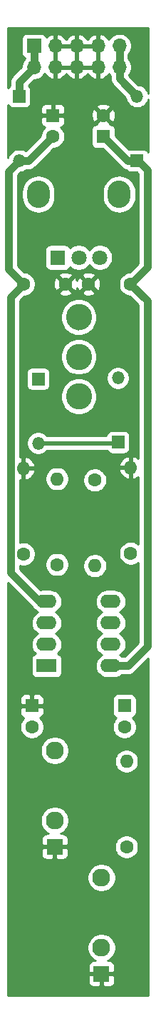
<source format=gtl>
G04 #@! TF.GenerationSoftware,KiCad,Pcbnew,(5.1.10)-1*
G04 #@! TF.CreationDate,2021-10-06T14:43:23-05:00*
G04 #@! TF.ProjectId,Slew Limiter Board,536c6577-204c-4696-9d69-74657220426f,1.0*
G04 #@! TF.SameCoordinates,Original*
G04 #@! TF.FileFunction,Copper,L1,Top*
G04 #@! TF.FilePolarity,Positive*
%FSLAX46Y46*%
G04 Gerber Fmt 4.6, Leading zero omitted, Abs format (unit mm)*
G04 Created by KiCad (PCBNEW (5.1.10)-1) date 2021-10-06 14:43:23*
%MOMM*%
%LPD*%
G01*
G04 APERTURE LIST*
G04 #@! TA.AperFunction,ComponentPad*
%ADD10C,2.130000*%
G04 #@! TD*
G04 #@! TA.AperFunction,ComponentPad*
%ADD11R,1.930000X1.830000*%
G04 #@! TD*
G04 #@! TA.AperFunction,ComponentPad*
%ADD12R,1.800000X1.800000*%
G04 #@! TD*
G04 #@! TA.AperFunction,ComponentPad*
%ADD13C,1.800000*%
G04 #@! TD*
G04 #@! TA.AperFunction,ComponentPad*
%ADD14O,2.720000X3.240000*%
G04 #@! TD*
G04 #@! TA.AperFunction,ComponentPad*
%ADD15O,1.600000X1.600000*%
G04 #@! TD*
G04 #@! TA.AperFunction,ComponentPad*
%ADD16C,1.600000*%
G04 #@! TD*
G04 #@! TA.AperFunction,ComponentPad*
%ADD17O,1.700000X1.700000*%
G04 #@! TD*
G04 #@! TA.AperFunction,ComponentPad*
%ADD18R,1.700000X1.700000*%
G04 #@! TD*
G04 #@! TA.AperFunction,ComponentPad*
%ADD19R,1.500000X1.500000*%
G04 #@! TD*
G04 #@! TA.AperFunction,ComponentPad*
%ADD20O,1.500000X1.500000*%
G04 #@! TD*
G04 #@! TA.AperFunction,ComponentPad*
%ADD21R,1.600000X1.600000*%
G04 #@! TD*
G04 #@! TA.AperFunction,ComponentPad*
%ADD22O,2.400000X1.600000*%
G04 #@! TD*
G04 #@! TA.AperFunction,ComponentPad*
%ADD23R,2.400000X1.600000*%
G04 #@! TD*
G04 #@! TA.AperFunction,ComponentPad*
%ADD24C,3.100000*%
G04 #@! TD*
G04 #@! TA.AperFunction,Conductor*
%ADD25C,0.889000*%
G04 #@! TD*
G04 #@! TA.AperFunction,Conductor*
%ADD26C,0.508000*%
G04 #@! TD*
G04 #@! TA.AperFunction,Conductor*
%ADD27C,0.254000*%
G04 #@! TD*
G04 #@! TA.AperFunction,Conductor*
%ADD28C,1.000000*%
G04 #@! TD*
G04 APERTURE END LIST*
D10*
X147720000Y-128060000D03*
D11*
X147720000Y-139460000D03*
D10*
X147720000Y-136360000D03*
D12*
X148082000Y-69596000D03*
D13*
X150582000Y-69596000D03*
X153082000Y-69596000D03*
D14*
X155382000Y-62096000D03*
X145782000Y-62096000D03*
D15*
X152500000Y-106160000D03*
D16*
X152500000Y-96000000D03*
X156750000Y-72750000D03*
X151750000Y-72750000D03*
X149000000Y-72750000D03*
X144000000Y-72750000D03*
D17*
X155410000Y-47040000D03*
X155410000Y-44500000D03*
X152870000Y-47040000D03*
X152870000Y-44500000D03*
X150330000Y-47040000D03*
X150330000Y-44500000D03*
X147790000Y-47040000D03*
X147790000Y-44500000D03*
X145250000Y-47040000D03*
D18*
X145250000Y-44500000D03*
D15*
X156250000Y-129340000D03*
D16*
X156250000Y-139500000D03*
D15*
X156750000Y-94500000D03*
D16*
X156750000Y-104660000D03*
D15*
X148000000Y-95840000D03*
D16*
X148000000Y-106000000D03*
D15*
X144000000Y-94590000D03*
D16*
X144000000Y-104750000D03*
D19*
X157500000Y-58120000D03*
D20*
X157500000Y-50500000D03*
D19*
X143500000Y-50500000D03*
D20*
X143500000Y-58120000D03*
X145750000Y-91620000D03*
D19*
X145750000Y-84000000D03*
D20*
X155250000Y-83880000D03*
D19*
X155250000Y-91500000D03*
D21*
X153500000Y-55250000D03*
D16*
X153500000Y-52750000D03*
D21*
X147500000Y-52750000D03*
D16*
X147500000Y-55250000D03*
X145000000Y-125250000D03*
D21*
X145000000Y-122750000D03*
D16*
X156000000Y-125250000D03*
D21*
X156000000Y-122750000D03*
D22*
X154370000Y-118000000D03*
X146750000Y-110380000D03*
X154370000Y-115460000D03*
X146750000Y-112920000D03*
X154370000Y-112920000D03*
X146750000Y-115460000D03*
X154370000Y-110380000D03*
D23*
X146750000Y-118000000D03*
D24*
X150575000Y-81375000D03*
X150575000Y-86075000D03*
X150575000Y-76675000D03*
D10*
X153280000Y-143130000D03*
D11*
X153280000Y-154530000D03*
D10*
X153280000Y-151430000D03*
D25*
X155410000Y-44500000D02*
X155410000Y-47040000D01*
X155410000Y-48410000D02*
X157500000Y-50500000D01*
X155410000Y-47040000D02*
X155410000Y-48410000D01*
X145250000Y-44500000D02*
X145250000Y-47040000D01*
X143500000Y-48790000D02*
X145250000Y-47040000D01*
X143500000Y-50500000D02*
X143500000Y-48790000D01*
X144630000Y-58120000D02*
X147500000Y-55250000D01*
X143500000Y-58120000D02*
X144630000Y-58120000D01*
X142250000Y-59370000D02*
X143500000Y-58120000D01*
X142250000Y-71000000D02*
X142250000Y-59370000D01*
X144000000Y-72750000D02*
X142250000Y-71000000D01*
X142500000Y-74250000D02*
X144000000Y-72750000D01*
X142500000Y-93452198D02*
X142500000Y-74250000D01*
X142476099Y-93476099D02*
X142500000Y-93452198D01*
X142476099Y-106976099D02*
X142476099Y-93476099D01*
X145880000Y-110380000D02*
X142476099Y-106976099D01*
X146750000Y-110380000D02*
X145880000Y-110380000D01*
X156370000Y-58120000D02*
X153500000Y-55250000D01*
X157500000Y-58120000D02*
X156370000Y-58120000D01*
X157500000Y-58120000D02*
X157500000Y-58250000D01*
X157620000Y-58120000D02*
X158751090Y-59251090D01*
X157500000Y-58120000D02*
X157620000Y-58120000D01*
X158751090Y-70748910D02*
X156750000Y-72750000D01*
X158751090Y-59251090D02*
X158751090Y-70748910D01*
X156459000Y-118000000D02*
X154370000Y-118000000D01*
X158751090Y-115707910D02*
X156459000Y-118000000D01*
X158751090Y-74751090D02*
X158751090Y-115707910D01*
X156750000Y-72750000D02*
X158751090Y-74751090D01*
D26*
X155130000Y-91620000D02*
X155250000Y-91500000D01*
X145750000Y-91620000D02*
X155130000Y-91620000D01*
X150500000Y-77992000D02*
X150500000Y-76800000D01*
D27*
X158840000Y-50137361D02*
X158831775Y-50096011D01*
X158727371Y-49843957D01*
X158575799Y-49617114D01*
X158382886Y-49424201D01*
X158156043Y-49272629D01*
X157903989Y-49168225D01*
X157642942Y-49116299D01*
X156538375Y-48011732D01*
X156563475Y-47986632D01*
X156725990Y-47743411D01*
X156837932Y-47473158D01*
X156895000Y-47186260D01*
X156895000Y-46893740D01*
X156837932Y-46606842D01*
X156725990Y-46336589D01*
X156563475Y-46093368D01*
X156489500Y-46019393D01*
X156489500Y-45520607D01*
X156563475Y-45446632D01*
X156725990Y-45203411D01*
X156837932Y-44933158D01*
X156895000Y-44646260D01*
X156895000Y-44353740D01*
X156837932Y-44066842D01*
X156725990Y-43796589D01*
X156563475Y-43553368D01*
X156356632Y-43346525D01*
X156113411Y-43184010D01*
X155843158Y-43072068D01*
X155556260Y-43015000D01*
X155263740Y-43015000D01*
X154976842Y-43072068D01*
X154706589Y-43184010D01*
X154463368Y-43346525D01*
X154256525Y-43553368D01*
X154134805Y-43735534D01*
X154065178Y-43618645D01*
X153870269Y-43402412D01*
X153636920Y-43228359D01*
X153374099Y-43103175D01*
X153226890Y-43058524D01*
X152997000Y-43179845D01*
X152997000Y-44373000D01*
X153017000Y-44373000D01*
X153017000Y-44627000D01*
X152997000Y-44627000D01*
X152997000Y-46913000D01*
X153017000Y-46913000D01*
X153017000Y-47167000D01*
X152997000Y-47167000D01*
X152997000Y-48360155D01*
X153226890Y-48481476D01*
X153374099Y-48436825D01*
X153636920Y-48311641D01*
X153870269Y-48137588D01*
X154065178Y-47921355D01*
X154134805Y-47804466D01*
X154256525Y-47986632D01*
X154330500Y-48060607D01*
X154330500Y-48356971D01*
X154325277Y-48410000D01*
X154330500Y-48463029D01*
X154341862Y-48578382D01*
X154346120Y-48621618D01*
X154397199Y-48790000D01*
X154407848Y-48825106D01*
X154508087Y-49012640D01*
X154642986Y-49177015D01*
X154684180Y-49210822D01*
X156116299Y-50642942D01*
X156168225Y-50903989D01*
X156272629Y-51156043D01*
X156424201Y-51382886D01*
X156617114Y-51575799D01*
X156843957Y-51727371D01*
X157096011Y-51831775D01*
X157363589Y-51885000D01*
X157636411Y-51885000D01*
X157903989Y-51831775D01*
X158156043Y-51727371D01*
X158382886Y-51575799D01*
X158575799Y-51382886D01*
X158727371Y-51156043D01*
X158831775Y-50903989D01*
X158840000Y-50862639D01*
X158840000Y-57127462D01*
X158839502Y-57125820D01*
X158780537Y-57015506D01*
X158701185Y-56918815D01*
X158604494Y-56839463D01*
X158494180Y-56780498D01*
X158374482Y-56744188D01*
X158250000Y-56731928D01*
X156750000Y-56731928D01*
X156625518Y-56744188D01*
X156545196Y-56768553D01*
X154938072Y-55161430D01*
X154938072Y-54450000D01*
X154925812Y-54325518D01*
X154889502Y-54205820D01*
X154830537Y-54095506D01*
X154751185Y-53998815D01*
X154654494Y-53919463D01*
X154544180Y-53860498D01*
X154424482Y-53824188D01*
X154300000Y-53811928D01*
X154292785Y-53811928D01*
X154313097Y-53742702D01*
X153500000Y-52929605D01*
X152686903Y-53742702D01*
X152707215Y-53811928D01*
X152700000Y-53811928D01*
X152575518Y-53824188D01*
X152455820Y-53860498D01*
X152345506Y-53919463D01*
X152248815Y-53998815D01*
X152169463Y-54095506D01*
X152110498Y-54205820D01*
X152074188Y-54325518D01*
X152061928Y-54450000D01*
X152061928Y-56050000D01*
X152074188Y-56174482D01*
X152110498Y-56294180D01*
X152169463Y-56404494D01*
X152248815Y-56501185D01*
X152345506Y-56580537D01*
X152455820Y-56639502D01*
X152575518Y-56675812D01*
X152700000Y-56688072D01*
X153411430Y-56688072D01*
X155569178Y-58845821D01*
X155602985Y-58887015D01*
X155767360Y-59021914D01*
X155954894Y-59122153D01*
X156158381Y-59183880D01*
X156199942Y-59187973D01*
X156219463Y-59224494D01*
X156298815Y-59321185D01*
X156395506Y-59400537D01*
X156505820Y-59459502D01*
X156625518Y-59495812D01*
X156750000Y-59508072D01*
X157481429Y-59508072D01*
X157671590Y-59698233D01*
X157671591Y-70301765D01*
X156658357Y-71315000D01*
X156608665Y-71315000D01*
X156331426Y-71370147D01*
X156070273Y-71478320D01*
X155835241Y-71635363D01*
X155635363Y-71835241D01*
X155478320Y-72070273D01*
X155370147Y-72331426D01*
X155315000Y-72608665D01*
X155315000Y-72891335D01*
X155370147Y-73168574D01*
X155478320Y-73429727D01*
X155635363Y-73664759D01*
X155835241Y-73864637D01*
X156070273Y-74021680D01*
X156331426Y-74129853D01*
X156608665Y-74185000D01*
X156658357Y-74185000D01*
X157671590Y-75198234D01*
X157671590Y-93405479D01*
X157487420Y-93268963D01*
X157233087Y-93148754D01*
X157099039Y-93108096D01*
X156877000Y-93230085D01*
X156877000Y-94373000D01*
X156897000Y-94373000D01*
X156897000Y-94627000D01*
X156877000Y-94627000D01*
X156877000Y-95769915D01*
X157099039Y-95891904D01*
X157233087Y-95851246D01*
X157487420Y-95731037D01*
X157671591Y-95594521D01*
X157671591Y-103552195D01*
X157664759Y-103545363D01*
X157429727Y-103388320D01*
X157168574Y-103280147D01*
X156891335Y-103225000D01*
X156608665Y-103225000D01*
X156331426Y-103280147D01*
X156070273Y-103388320D01*
X155835241Y-103545363D01*
X155635363Y-103745241D01*
X155478320Y-103980273D01*
X155370147Y-104241426D01*
X155315000Y-104518665D01*
X155315000Y-104801335D01*
X155370147Y-105078574D01*
X155478320Y-105339727D01*
X155635363Y-105574759D01*
X155835241Y-105774637D01*
X156070273Y-105931680D01*
X156331426Y-106039853D01*
X156608665Y-106095000D01*
X156891335Y-106095000D01*
X157168574Y-106039853D01*
X157429727Y-105931680D01*
X157664759Y-105774637D01*
X157671591Y-105767805D01*
X157671591Y-115260765D01*
X156011858Y-116920500D01*
X155716629Y-116920500D01*
X155571101Y-116801068D01*
X155438142Y-116730000D01*
X155571101Y-116658932D01*
X155789608Y-116479608D01*
X155968932Y-116261101D01*
X156102182Y-116011808D01*
X156184236Y-115741309D01*
X156211943Y-115460000D01*
X156184236Y-115178691D01*
X156102182Y-114908192D01*
X155968932Y-114658899D01*
X155789608Y-114440392D01*
X155571101Y-114261068D01*
X155438142Y-114190000D01*
X155571101Y-114118932D01*
X155789608Y-113939608D01*
X155968932Y-113721101D01*
X156102182Y-113471808D01*
X156184236Y-113201309D01*
X156211943Y-112920000D01*
X156184236Y-112638691D01*
X156102182Y-112368192D01*
X155968932Y-112118899D01*
X155789608Y-111900392D01*
X155571101Y-111721068D01*
X155438142Y-111650000D01*
X155571101Y-111578932D01*
X155789608Y-111399608D01*
X155968932Y-111181101D01*
X156102182Y-110931808D01*
X156184236Y-110661309D01*
X156211943Y-110380000D01*
X156184236Y-110098691D01*
X156102182Y-109828192D01*
X155968932Y-109578899D01*
X155789608Y-109360392D01*
X155571101Y-109181068D01*
X155321808Y-109047818D01*
X155051309Y-108965764D01*
X154840492Y-108945000D01*
X153899508Y-108945000D01*
X153688691Y-108965764D01*
X153418192Y-109047818D01*
X153168899Y-109181068D01*
X152950392Y-109360392D01*
X152771068Y-109578899D01*
X152637818Y-109828192D01*
X152555764Y-110098691D01*
X152528057Y-110380000D01*
X152555764Y-110661309D01*
X152637818Y-110931808D01*
X152771068Y-111181101D01*
X152950392Y-111399608D01*
X153168899Y-111578932D01*
X153301858Y-111650000D01*
X153168899Y-111721068D01*
X152950392Y-111900392D01*
X152771068Y-112118899D01*
X152637818Y-112368192D01*
X152555764Y-112638691D01*
X152528057Y-112920000D01*
X152555764Y-113201309D01*
X152637818Y-113471808D01*
X152771068Y-113721101D01*
X152950392Y-113939608D01*
X153168899Y-114118932D01*
X153301858Y-114190000D01*
X153168899Y-114261068D01*
X152950392Y-114440392D01*
X152771068Y-114658899D01*
X152637818Y-114908192D01*
X152555764Y-115178691D01*
X152528057Y-115460000D01*
X152555764Y-115741309D01*
X152637818Y-116011808D01*
X152771068Y-116261101D01*
X152950392Y-116479608D01*
X153168899Y-116658932D01*
X153301858Y-116730000D01*
X153168899Y-116801068D01*
X152950392Y-116980392D01*
X152771068Y-117198899D01*
X152637818Y-117448192D01*
X152555764Y-117718691D01*
X152528057Y-118000000D01*
X152555764Y-118281309D01*
X152637818Y-118551808D01*
X152771068Y-118801101D01*
X152950392Y-119019608D01*
X153168899Y-119198932D01*
X153418192Y-119332182D01*
X153688691Y-119414236D01*
X153899508Y-119435000D01*
X154840492Y-119435000D01*
X155051309Y-119414236D01*
X155321808Y-119332182D01*
X155571101Y-119198932D01*
X155716629Y-119079500D01*
X156405971Y-119079500D01*
X156459000Y-119084723D01*
X156512029Y-119079500D01*
X156670619Y-119063880D01*
X156874106Y-119002153D01*
X157061640Y-118901914D01*
X157226015Y-118767015D01*
X157259826Y-118725816D01*
X158840001Y-117145643D01*
X158840001Y-157090000D01*
X142160000Y-157090000D01*
X142160000Y-155445000D01*
X151676928Y-155445000D01*
X151689188Y-155569482D01*
X151725498Y-155689180D01*
X151784463Y-155799494D01*
X151863815Y-155896185D01*
X151960506Y-155975537D01*
X152070820Y-156034502D01*
X152190518Y-156070812D01*
X152315000Y-156083072D01*
X152994250Y-156080000D01*
X153153000Y-155921250D01*
X153153000Y-154657000D01*
X153407000Y-154657000D01*
X153407000Y-155921250D01*
X153565750Y-156080000D01*
X154245000Y-156083072D01*
X154369482Y-156070812D01*
X154489180Y-156034502D01*
X154599494Y-155975537D01*
X154696185Y-155896185D01*
X154775537Y-155799494D01*
X154834502Y-155689180D01*
X154870812Y-155569482D01*
X154883072Y-155445000D01*
X154880000Y-154815750D01*
X154721250Y-154657000D01*
X153407000Y-154657000D01*
X153153000Y-154657000D01*
X151838750Y-154657000D01*
X151680000Y-154815750D01*
X151676928Y-155445000D01*
X142160000Y-155445000D01*
X142160000Y-151262565D01*
X151580000Y-151262565D01*
X151580000Y-151597435D01*
X151645330Y-151925872D01*
X151773479Y-152235252D01*
X151959523Y-152513687D01*
X152196313Y-152750477D01*
X152474748Y-152936521D01*
X152575140Y-152978105D01*
X152315000Y-152976928D01*
X152190518Y-152989188D01*
X152070820Y-153025498D01*
X151960506Y-153084463D01*
X151863815Y-153163815D01*
X151784463Y-153260506D01*
X151725498Y-153370820D01*
X151689188Y-153490518D01*
X151676928Y-153615000D01*
X151680000Y-154244250D01*
X151838750Y-154403000D01*
X153153000Y-154403000D01*
X153153000Y-154383000D01*
X153407000Y-154383000D01*
X153407000Y-154403000D01*
X154721250Y-154403000D01*
X154880000Y-154244250D01*
X154883072Y-153615000D01*
X154870812Y-153490518D01*
X154834502Y-153370820D01*
X154775537Y-153260506D01*
X154696185Y-153163815D01*
X154599494Y-153084463D01*
X154489180Y-153025498D01*
X154369482Y-152989188D01*
X154245000Y-152976928D01*
X153984860Y-152978105D01*
X154085252Y-152936521D01*
X154363687Y-152750477D01*
X154600477Y-152513687D01*
X154786521Y-152235252D01*
X154914670Y-151925872D01*
X154980000Y-151597435D01*
X154980000Y-151262565D01*
X154914670Y-150934128D01*
X154786521Y-150624748D01*
X154600477Y-150346313D01*
X154363687Y-150109523D01*
X154085252Y-149923479D01*
X153775872Y-149795330D01*
X153447435Y-149730000D01*
X153112565Y-149730000D01*
X152784128Y-149795330D01*
X152474748Y-149923479D01*
X152196313Y-150109523D01*
X151959523Y-150346313D01*
X151773479Y-150624748D01*
X151645330Y-150934128D01*
X151580000Y-151262565D01*
X142160000Y-151262565D01*
X142160000Y-142962565D01*
X151580000Y-142962565D01*
X151580000Y-143297435D01*
X151645330Y-143625872D01*
X151773479Y-143935252D01*
X151959523Y-144213687D01*
X152196313Y-144450477D01*
X152474748Y-144636521D01*
X152784128Y-144764670D01*
X153112565Y-144830000D01*
X153447435Y-144830000D01*
X153775872Y-144764670D01*
X154085252Y-144636521D01*
X154363687Y-144450477D01*
X154600477Y-144213687D01*
X154786521Y-143935252D01*
X154914670Y-143625872D01*
X154980000Y-143297435D01*
X154980000Y-142962565D01*
X154914670Y-142634128D01*
X154786521Y-142324748D01*
X154600477Y-142046313D01*
X154363687Y-141809523D01*
X154085252Y-141623479D01*
X153775872Y-141495330D01*
X153447435Y-141430000D01*
X153112565Y-141430000D01*
X152784128Y-141495330D01*
X152474748Y-141623479D01*
X152196313Y-141809523D01*
X151959523Y-142046313D01*
X151773479Y-142324748D01*
X151645330Y-142634128D01*
X151580000Y-142962565D01*
X142160000Y-142962565D01*
X142160000Y-140375000D01*
X146116928Y-140375000D01*
X146129188Y-140499482D01*
X146165498Y-140619180D01*
X146224463Y-140729494D01*
X146303815Y-140826185D01*
X146400506Y-140905537D01*
X146510820Y-140964502D01*
X146630518Y-141000812D01*
X146755000Y-141013072D01*
X147434250Y-141010000D01*
X147593000Y-140851250D01*
X147593000Y-139587000D01*
X147847000Y-139587000D01*
X147847000Y-140851250D01*
X148005750Y-141010000D01*
X148685000Y-141013072D01*
X148809482Y-141000812D01*
X148929180Y-140964502D01*
X149039494Y-140905537D01*
X149136185Y-140826185D01*
X149215537Y-140729494D01*
X149274502Y-140619180D01*
X149310812Y-140499482D01*
X149323072Y-140375000D01*
X149320000Y-139745750D01*
X149161250Y-139587000D01*
X147847000Y-139587000D01*
X147593000Y-139587000D01*
X146278750Y-139587000D01*
X146120000Y-139745750D01*
X146116928Y-140375000D01*
X142160000Y-140375000D01*
X142160000Y-139358665D01*
X154815000Y-139358665D01*
X154815000Y-139641335D01*
X154870147Y-139918574D01*
X154978320Y-140179727D01*
X155135363Y-140414759D01*
X155335241Y-140614637D01*
X155570273Y-140771680D01*
X155831426Y-140879853D01*
X156108665Y-140935000D01*
X156391335Y-140935000D01*
X156668574Y-140879853D01*
X156929727Y-140771680D01*
X157164759Y-140614637D01*
X157364637Y-140414759D01*
X157521680Y-140179727D01*
X157629853Y-139918574D01*
X157685000Y-139641335D01*
X157685000Y-139358665D01*
X157629853Y-139081426D01*
X157521680Y-138820273D01*
X157364637Y-138585241D01*
X157164759Y-138385363D01*
X156929727Y-138228320D01*
X156668574Y-138120147D01*
X156391335Y-138065000D01*
X156108665Y-138065000D01*
X155831426Y-138120147D01*
X155570273Y-138228320D01*
X155335241Y-138385363D01*
X155135363Y-138585241D01*
X154978320Y-138820273D01*
X154870147Y-139081426D01*
X154815000Y-139358665D01*
X142160000Y-139358665D01*
X142160000Y-136192565D01*
X146020000Y-136192565D01*
X146020000Y-136527435D01*
X146085330Y-136855872D01*
X146213479Y-137165252D01*
X146399523Y-137443687D01*
X146636313Y-137680477D01*
X146914748Y-137866521D01*
X147015140Y-137908105D01*
X146755000Y-137906928D01*
X146630518Y-137919188D01*
X146510820Y-137955498D01*
X146400506Y-138014463D01*
X146303815Y-138093815D01*
X146224463Y-138190506D01*
X146165498Y-138300820D01*
X146129188Y-138420518D01*
X146116928Y-138545000D01*
X146120000Y-139174250D01*
X146278750Y-139333000D01*
X147593000Y-139333000D01*
X147593000Y-139313000D01*
X147847000Y-139313000D01*
X147847000Y-139333000D01*
X149161250Y-139333000D01*
X149320000Y-139174250D01*
X149323072Y-138545000D01*
X149310812Y-138420518D01*
X149274502Y-138300820D01*
X149215537Y-138190506D01*
X149136185Y-138093815D01*
X149039494Y-138014463D01*
X148929180Y-137955498D01*
X148809482Y-137919188D01*
X148685000Y-137906928D01*
X148424860Y-137908105D01*
X148525252Y-137866521D01*
X148803687Y-137680477D01*
X149040477Y-137443687D01*
X149226521Y-137165252D01*
X149354670Y-136855872D01*
X149420000Y-136527435D01*
X149420000Y-136192565D01*
X149354670Y-135864128D01*
X149226521Y-135554748D01*
X149040477Y-135276313D01*
X148803687Y-135039523D01*
X148525252Y-134853479D01*
X148215872Y-134725330D01*
X147887435Y-134660000D01*
X147552565Y-134660000D01*
X147224128Y-134725330D01*
X146914748Y-134853479D01*
X146636313Y-135039523D01*
X146399523Y-135276313D01*
X146213479Y-135554748D01*
X146085330Y-135864128D01*
X146020000Y-136192565D01*
X142160000Y-136192565D01*
X142160000Y-127892565D01*
X146020000Y-127892565D01*
X146020000Y-128227435D01*
X146085330Y-128555872D01*
X146213479Y-128865252D01*
X146399523Y-129143687D01*
X146636313Y-129380477D01*
X146914748Y-129566521D01*
X147224128Y-129694670D01*
X147552565Y-129760000D01*
X147887435Y-129760000D01*
X148215872Y-129694670D01*
X148525252Y-129566521D01*
X148803687Y-129380477D01*
X148985499Y-129198665D01*
X154815000Y-129198665D01*
X154815000Y-129481335D01*
X154870147Y-129758574D01*
X154978320Y-130019727D01*
X155135363Y-130254759D01*
X155335241Y-130454637D01*
X155570273Y-130611680D01*
X155831426Y-130719853D01*
X156108665Y-130775000D01*
X156391335Y-130775000D01*
X156668574Y-130719853D01*
X156929727Y-130611680D01*
X157164759Y-130454637D01*
X157364637Y-130254759D01*
X157521680Y-130019727D01*
X157629853Y-129758574D01*
X157685000Y-129481335D01*
X157685000Y-129198665D01*
X157629853Y-128921426D01*
X157521680Y-128660273D01*
X157364637Y-128425241D01*
X157164759Y-128225363D01*
X156929727Y-128068320D01*
X156668574Y-127960147D01*
X156391335Y-127905000D01*
X156108665Y-127905000D01*
X155831426Y-127960147D01*
X155570273Y-128068320D01*
X155335241Y-128225363D01*
X155135363Y-128425241D01*
X154978320Y-128660273D01*
X154870147Y-128921426D01*
X154815000Y-129198665D01*
X148985499Y-129198665D01*
X149040477Y-129143687D01*
X149226521Y-128865252D01*
X149354670Y-128555872D01*
X149420000Y-128227435D01*
X149420000Y-127892565D01*
X149354670Y-127564128D01*
X149226521Y-127254748D01*
X149040477Y-126976313D01*
X148803687Y-126739523D01*
X148525252Y-126553479D01*
X148215872Y-126425330D01*
X147887435Y-126360000D01*
X147552565Y-126360000D01*
X147224128Y-126425330D01*
X146914748Y-126553479D01*
X146636313Y-126739523D01*
X146399523Y-126976313D01*
X146213479Y-127254748D01*
X146085330Y-127564128D01*
X146020000Y-127892565D01*
X142160000Y-127892565D01*
X142160000Y-123550000D01*
X143561928Y-123550000D01*
X143574188Y-123674482D01*
X143610498Y-123794180D01*
X143669463Y-123904494D01*
X143748815Y-124001185D01*
X143845506Y-124080537D01*
X143955820Y-124139502D01*
X144051943Y-124168661D01*
X143885363Y-124335241D01*
X143728320Y-124570273D01*
X143620147Y-124831426D01*
X143565000Y-125108665D01*
X143565000Y-125391335D01*
X143620147Y-125668574D01*
X143728320Y-125929727D01*
X143885363Y-126164759D01*
X144085241Y-126364637D01*
X144320273Y-126521680D01*
X144581426Y-126629853D01*
X144858665Y-126685000D01*
X145141335Y-126685000D01*
X145418574Y-126629853D01*
X145679727Y-126521680D01*
X145914759Y-126364637D01*
X146114637Y-126164759D01*
X146271680Y-125929727D01*
X146379853Y-125668574D01*
X146435000Y-125391335D01*
X146435000Y-125108665D01*
X146379853Y-124831426D01*
X146271680Y-124570273D01*
X146114637Y-124335241D01*
X145948057Y-124168661D01*
X146044180Y-124139502D01*
X146154494Y-124080537D01*
X146251185Y-124001185D01*
X146330537Y-123904494D01*
X146389502Y-123794180D01*
X146425812Y-123674482D01*
X146438072Y-123550000D01*
X146435000Y-123035750D01*
X146276250Y-122877000D01*
X145127000Y-122877000D01*
X145127000Y-122897000D01*
X144873000Y-122897000D01*
X144873000Y-122877000D01*
X143723750Y-122877000D01*
X143565000Y-123035750D01*
X143561928Y-123550000D01*
X142160000Y-123550000D01*
X142160000Y-121950000D01*
X143561928Y-121950000D01*
X143565000Y-122464250D01*
X143723750Y-122623000D01*
X144873000Y-122623000D01*
X144873000Y-121473750D01*
X145127000Y-121473750D01*
X145127000Y-122623000D01*
X146276250Y-122623000D01*
X146435000Y-122464250D01*
X146438072Y-121950000D01*
X154561928Y-121950000D01*
X154561928Y-123550000D01*
X154574188Y-123674482D01*
X154610498Y-123794180D01*
X154669463Y-123904494D01*
X154748815Y-124001185D01*
X154845506Y-124080537D01*
X154955820Y-124139502D01*
X155051943Y-124168661D01*
X154885363Y-124335241D01*
X154728320Y-124570273D01*
X154620147Y-124831426D01*
X154565000Y-125108665D01*
X154565000Y-125391335D01*
X154620147Y-125668574D01*
X154728320Y-125929727D01*
X154885363Y-126164759D01*
X155085241Y-126364637D01*
X155320273Y-126521680D01*
X155581426Y-126629853D01*
X155858665Y-126685000D01*
X156141335Y-126685000D01*
X156418574Y-126629853D01*
X156679727Y-126521680D01*
X156914759Y-126364637D01*
X157114637Y-126164759D01*
X157271680Y-125929727D01*
X157379853Y-125668574D01*
X157435000Y-125391335D01*
X157435000Y-125108665D01*
X157379853Y-124831426D01*
X157271680Y-124570273D01*
X157114637Y-124335241D01*
X156948057Y-124168661D01*
X157044180Y-124139502D01*
X157154494Y-124080537D01*
X157251185Y-124001185D01*
X157330537Y-123904494D01*
X157389502Y-123794180D01*
X157425812Y-123674482D01*
X157438072Y-123550000D01*
X157438072Y-121950000D01*
X157425812Y-121825518D01*
X157389502Y-121705820D01*
X157330537Y-121595506D01*
X157251185Y-121498815D01*
X157154494Y-121419463D01*
X157044180Y-121360498D01*
X156924482Y-121324188D01*
X156800000Y-121311928D01*
X155200000Y-121311928D01*
X155075518Y-121324188D01*
X154955820Y-121360498D01*
X154845506Y-121419463D01*
X154748815Y-121498815D01*
X154669463Y-121595506D01*
X154610498Y-121705820D01*
X154574188Y-121825518D01*
X154561928Y-121950000D01*
X146438072Y-121950000D01*
X146425812Y-121825518D01*
X146389502Y-121705820D01*
X146330537Y-121595506D01*
X146251185Y-121498815D01*
X146154494Y-121419463D01*
X146044180Y-121360498D01*
X145924482Y-121324188D01*
X145800000Y-121311928D01*
X145285750Y-121315000D01*
X145127000Y-121473750D01*
X144873000Y-121473750D01*
X144714250Y-121315000D01*
X144200000Y-121311928D01*
X144075518Y-121324188D01*
X143955820Y-121360498D01*
X143845506Y-121419463D01*
X143748815Y-121498815D01*
X143669463Y-121595506D01*
X143610498Y-121705820D01*
X143574188Y-121825518D01*
X143561928Y-121950000D01*
X142160000Y-121950000D01*
X142160000Y-108186642D01*
X145079178Y-111105821D01*
X145112985Y-111147015D01*
X145148371Y-111176056D01*
X145151068Y-111181101D01*
X145330392Y-111399608D01*
X145548899Y-111578932D01*
X145681858Y-111650000D01*
X145548899Y-111721068D01*
X145330392Y-111900392D01*
X145151068Y-112118899D01*
X145017818Y-112368192D01*
X144935764Y-112638691D01*
X144908057Y-112920000D01*
X144935764Y-113201309D01*
X145017818Y-113471808D01*
X145151068Y-113721101D01*
X145330392Y-113939608D01*
X145548899Y-114118932D01*
X145681858Y-114190000D01*
X145548899Y-114261068D01*
X145330392Y-114440392D01*
X145151068Y-114658899D01*
X145017818Y-114908192D01*
X144935764Y-115178691D01*
X144908057Y-115460000D01*
X144935764Y-115741309D01*
X145017818Y-116011808D01*
X145151068Y-116261101D01*
X145330392Y-116479608D01*
X145443482Y-116572419D01*
X145425518Y-116574188D01*
X145305820Y-116610498D01*
X145195506Y-116669463D01*
X145098815Y-116748815D01*
X145019463Y-116845506D01*
X144960498Y-116955820D01*
X144924188Y-117075518D01*
X144911928Y-117200000D01*
X144911928Y-118800000D01*
X144924188Y-118924482D01*
X144960498Y-119044180D01*
X145019463Y-119154494D01*
X145098815Y-119251185D01*
X145195506Y-119330537D01*
X145305820Y-119389502D01*
X145425518Y-119425812D01*
X145550000Y-119438072D01*
X147950000Y-119438072D01*
X148074482Y-119425812D01*
X148194180Y-119389502D01*
X148304494Y-119330537D01*
X148401185Y-119251185D01*
X148480537Y-119154494D01*
X148539502Y-119044180D01*
X148575812Y-118924482D01*
X148588072Y-118800000D01*
X148588072Y-117200000D01*
X148575812Y-117075518D01*
X148539502Y-116955820D01*
X148480537Y-116845506D01*
X148401185Y-116748815D01*
X148304494Y-116669463D01*
X148194180Y-116610498D01*
X148074482Y-116574188D01*
X148056518Y-116572419D01*
X148169608Y-116479608D01*
X148348932Y-116261101D01*
X148482182Y-116011808D01*
X148564236Y-115741309D01*
X148591943Y-115460000D01*
X148564236Y-115178691D01*
X148482182Y-114908192D01*
X148348932Y-114658899D01*
X148169608Y-114440392D01*
X147951101Y-114261068D01*
X147818142Y-114190000D01*
X147951101Y-114118932D01*
X148169608Y-113939608D01*
X148348932Y-113721101D01*
X148482182Y-113471808D01*
X148564236Y-113201309D01*
X148591943Y-112920000D01*
X148564236Y-112638691D01*
X148482182Y-112368192D01*
X148348932Y-112118899D01*
X148169608Y-111900392D01*
X147951101Y-111721068D01*
X147818142Y-111650000D01*
X147951101Y-111578932D01*
X148169608Y-111399608D01*
X148348932Y-111181101D01*
X148482182Y-110931808D01*
X148564236Y-110661309D01*
X148591943Y-110380000D01*
X148564236Y-110098691D01*
X148482182Y-109828192D01*
X148348932Y-109578899D01*
X148169608Y-109360392D01*
X147951101Y-109181068D01*
X147701808Y-109047818D01*
X147431309Y-108965764D01*
X147220492Y-108945000D01*
X146279508Y-108945000D01*
X146068691Y-108965764D01*
X146010161Y-108983519D01*
X143555599Y-106528957D01*
X143555599Y-106119155D01*
X143581426Y-106129853D01*
X143858665Y-106185000D01*
X144141335Y-106185000D01*
X144418574Y-106129853D01*
X144679727Y-106021680D01*
X144914759Y-105864637D01*
X144920731Y-105858665D01*
X146565000Y-105858665D01*
X146565000Y-106141335D01*
X146620147Y-106418574D01*
X146728320Y-106679727D01*
X146885363Y-106914759D01*
X147085241Y-107114637D01*
X147320273Y-107271680D01*
X147581426Y-107379853D01*
X147858665Y-107435000D01*
X148141335Y-107435000D01*
X148418574Y-107379853D01*
X148679727Y-107271680D01*
X148914759Y-107114637D01*
X149114637Y-106914759D01*
X149271680Y-106679727D01*
X149379853Y-106418574D01*
X149435000Y-106141335D01*
X149435000Y-106018665D01*
X151065000Y-106018665D01*
X151065000Y-106301335D01*
X151120147Y-106578574D01*
X151228320Y-106839727D01*
X151385363Y-107074759D01*
X151585241Y-107274637D01*
X151820273Y-107431680D01*
X152081426Y-107539853D01*
X152358665Y-107595000D01*
X152641335Y-107595000D01*
X152918574Y-107539853D01*
X153179727Y-107431680D01*
X153414759Y-107274637D01*
X153614637Y-107074759D01*
X153771680Y-106839727D01*
X153879853Y-106578574D01*
X153935000Y-106301335D01*
X153935000Y-106018665D01*
X153879853Y-105741426D01*
X153771680Y-105480273D01*
X153614637Y-105245241D01*
X153414759Y-105045363D01*
X153179727Y-104888320D01*
X152918574Y-104780147D01*
X152641335Y-104725000D01*
X152358665Y-104725000D01*
X152081426Y-104780147D01*
X151820273Y-104888320D01*
X151585241Y-105045363D01*
X151385363Y-105245241D01*
X151228320Y-105480273D01*
X151120147Y-105741426D01*
X151065000Y-106018665D01*
X149435000Y-106018665D01*
X149435000Y-105858665D01*
X149379853Y-105581426D01*
X149271680Y-105320273D01*
X149114637Y-105085241D01*
X148914759Y-104885363D01*
X148679727Y-104728320D01*
X148418574Y-104620147D01*
X148141335Y-104565000D01*
X147858665Y-104565000D01*
X147581426Y-104620147D01*
X147320273Y-104728320D01*
X147085241Y-104885363D01*
X146885363Y-105085241D01*
X146728320Y-105320273D01*
X146620147Y-105581426D01*
X146565000Y-105858665D01*
X144920731Y-105858665D01*
X145114637Y-105664759D01*
X145271680Y-105429727D01*
X145379853Y-105168574D01*
X145435000Y-104891335D01*
X145435000Y-104608665D01*
X145379853Y-104331426D01*
X145271680Y-104070273D01*
X145114637Y-103835241D01*
X144914759Y-103635363D01*
X144679727Y-103478320D01*
X144418574Y-103370147D01*
X144141335Y-103315000D01*
X143858665Y-103315000D01*
X143581426Y-103370147D01*
X143555599Y-103380845D01*
X143555599Y-95952980D01*
X143650961Y-95981904D01*
X143873000Y-95859915D01*
X143873000Y-94717000D01*
X144127000Y-94717000D01*
X144127000Y-95859915D01*
X144349039Y-95981904D01*
X144483087Y-95941246D01*
X144737420Y-95821037D01*
X144902508Y-95698665D01*
X146565000Y-95698665D01*
X146565000Y-95981335D01*
X146620147Y-96258574D01*
X146728320Y-96519727D01*
X146885363Y-96754759D01*
X147085241Y-96954637D01*
X147320273Y-97111680D01*
X147581426Y-97219853D01*
X147858665Y-97275000D01*
X148141335Y-97275000D01*
X148418574Y-97219853D01*
X148679727Y-97111680D01*
X148914759Y-96954637D01*
X149114637Y-96754759D01*
X149271680Y-96519727D01*
X149379853Y-96258574D01*
X149435000Y-95981335D01*
X149435000Y-95858665D01*
X151065000Y-95858665D01*
X151065000Y-96141335D01*
X151120147Y-96418574D01*
X151228320Y-96679727D01*
X151385363Y-96914759D01*
X151585241Y-97114637D01*
X151820273Y-97271680D01*
X152081426Y-97379853D01*
X152358665Y-97435000D01*
X152641335Y-97435000D01*
X152918574Y-97379853D01*
X153179727Y-97271680D01*
X153414759Y-97114637D01*
X153614637Y-96914759D01*
X153771680Y-96679727D01*
X153879853Y-96418574D01*
X153935000Y-96141335D01*
X153935000Y-95858665D01*
X153879853Y-95581426D01*
X153771680Y-95320273D01*
X153614637Y-95085241D01*
X153414759Y-94885363D01*
X153360398Y-94849040D01*
X155358091Y-94849040D01*
X155452930Y-95113881D01*
X155597615Y-95355131D01*
X155786586Y-95563519D01*
X156012580Y-95731037D01*
X156266913Y-95851246D01*
X156400961Y-95891904D01*
X156623000Y-95769915D01*
X156623000Y-94627000D01*
X155479376Y-94627000D01*
X155358091Y-94849040D01*
X153360398Y-94849040D01*
X153179727Y-94728320D01*
X152918574Y-94620147D01*
X152641335Y-94565000D01*
X152358665Y-94565000D01*
X152081426Y-94620147D01*
X151820273Y-94728320D01*
X151585241Y-94885363D01*
X151385363Y-95085241D01*
X151228320Y-95320273D01*
X151120147Y-95581426D01*
X151065000Y-95858665D01*
X149435000Y-95858665D01*
X149435000Y-95698665D01*
X149379853Y-95421426D01*
X149271680Y-95160273D01*
X149114637Y-94925241D01*
X148914759Y-94725363D01*
X148679727Y-94568320D01*
X148418574Y-94460147D01*
X148141335Y-94405000D01*
X147858665Y-94405000D01*
X147581426Y-94460147D01*
X147320273Y-94568320D01*
X147085241Y-94725363D01*
X146885363Y-94925241D01*
X146728320Y-95160273D01*
X146620147Y-95421426D01*
X146565000Y-95698665D01*
X144902508Y-95698665D01*
X144963414Y-95653519D01*
X145152385Y-95445131D01*
X145297070Y-95203881D01*
X145391909Y-94939040D01*
X145270624Y-94717000D01*
X144127000Y-94717000D01*
X143873000Y-94717000D01*
X143853000Y-94717000D01*
X143853000Y-94463000D01*
X143873000Y-94463000D01*
X143873000Y-93320085D01*
X144127000Y-93320085D01*
X144127000Y-94463000D01*
X145270624Y-94463000D01*
X145391909Y-94240960D01*
X145359681Y-94150960D01*
X155358091Y-94150960D01*
X155479376Y-94373000D01*
X156623000Y-94373000D01*
X156623000Y-93230085D01*
X156400961Y-93108096D01*
X156266913Y-93148754D01*
X156012580Y-93268963D01*
X155786586Y-93436481D01*
X155597615Y-93644869D01*
X155452930Y-93886119D01*
X155358091Y-94150960D01*
X145359681Y-94150960D01*
X145297070Y-93976119D01*
X145152385Y-93734869D01*
X144963414Y-93526481D01*
X144737420Y-93358963D01*
X144483087Y-93238754D01*
X144349039Y-93198096D01*
X144127000Y-93320085D01*
X143873000Y-93320085D01*
X143650961Y-93198096D01*
X143579500Y-93219771D01*
X143579500Y-91483589D01*
X144365000Y-91483589D01*
X144365000Y-91756411D01*
X144418225Y-92023989D01*
X144522629Y-92276043D01*
X144674201Y-92502886D01*
X144867114Y-92695799D01*
X145093957Y-92847371D01*
X145346011Y-92951775D01*
X145613589Y-93005000D01*
X145886411Y-93005000D01*
X146153989Y-92951775D01*
X146406043Y-92847371D01*
X146632886Y-92695799D01*
X146819685Y-92509000D01*
X153918420Y-92509000D01*
X153969463Y-92604494D01*
X154048815Y-92701185D01*
X154145506Y-92780537D01*
X154255820Y-92839502D01*
X154375518Y-92875812D01*
X154500000Y-92888072D01*
X156000000Y-92888072D01*
X156124482Y-92875812D01*
X156244180Y-92839502D01*
X156354494Y-92780537D01*
X156451185Y-92701185D01*
X156530537Y-92604494D01*
X156589502Y-92494180D01*
X156625812Y-92374482D01*
X156638072Y-92250000D01*
X156638072Y-90750000D01*
X156625812Y-90625518D01*
X156589502Y-90505820D01*
X156530537Y-90395506D01*
X156451185Y-90298815D01*
X156354494Y-90219463D01*
X156244180Y-90160498D01*
X156124482Y-90124188D01*
X156000000Y-90111928D01*
X154500000Y-90111928D01*
X154375518Y-90124188D01*
X154255820Y-90160498D01*
X154145506Y-90219463D01*
X154048815Y-90298815D01*
X153969463Y-90395506D01*
X153910498Y-90505820D01*
X153874188Y-90625518D01*
X153863799Y-90731000D01*
X146819685Y-90731000D01*
X146632886Y-90544201D01*
X146406043Y-90392629D01*
X146153989Y-90288225D01*
X145886411Y-90235000D01*
X145613589Y-90235000D01*
X145346011Y-90288225D01*
X145093957Y-90392629D01*
X144867114Y-90544201D01*
X144674201Y-90737114D01*
X144522629Y-90963957D01*
X144418225Y-91216011D01*
X144365000Y-91483589D01*
X143579500Y-91483589D01*
X143579500Y-85859796D01*
X148390000Y-85859796D01*
X148390000Y-86290204D01*
X148473969Y-86712341D01*
X148638678Y-87109985D01*
X148877800Y-87467856D01*
X149182144Y-87772200D01*
X149540015Y-88011322D01*
X149937659Y-88176031D01*
X150359796Y-88260000D01*
X150790204Y-88260000D01*
X151212341Y-88176031D01*
X151609985Y-88011322D01*
X151967856Y-87772200D01*
X152272200Y-87467856D01*
X152511322Y-87109985D01*
X152676031Y-86712341D01*
X152760000Y-86290204D01*
X152760000Y-85859796D01*
X152676031Y-85437659D01*
X152511322Y-85040015D01*
X152272200Y-84682144D01*
X151967856Y-84377800D01*
X151609985Y-84138678D01*
X151212341Y-83973969D01*
X150790204Y-83890000D01*
X150359796Y-83890000D01*
X149937659Y-83973969D01*
X149540015Y-84138678D01*
X149182144Y-84377800D01*
X148877800Y-84682144D01*
X148638678Y-85040015D01*
X148473969Y-85437659D01*
X148390000Y-85859796D01*
X143579500Y-85859796D01*
X143579500Y-83250000D01*
X144361928Y-83250000D01*
X144361928Y-84750000D01*
X144374188Y-84874482D01*
X144410498Y-84994180D01*
X144469463Y-85104494D01*
X144548815Y-85201185D01*
X144645506Y-85280537D01*
X144755820Y-85339502D01*
X144875518Y-85375812D01*
X145000000Y-85388072D01*
X146500000Y-85388072D01*
X146624482Y-85375812D01*
X146744180Y-85339502D01*
X146854494Y-85280537D01*
X146951185Y-85201185D01*
X147030537Y-85104494D01*
X147089502Y-84994180D01*
X147125812Y-84874482D01*
X147138072Y-84750000D01*
X147138072Y-83743589D01*
X153865000Y-83743589D01*
X153865000Y-84016411D01*
X153918225Y-84283989D01*
X154022629Y-84536043D01*
X154174201Y-84762886D01*
X154367114Y-84955799D01*
X154593957Y-85107371D01*
X154846011Y-85211775D01*
X155113589Y-85265000D01*
X155386411Y-85265000D01*
X155653989Y-85211775D01*
X155906043Y-85107371D01*
X156132886Y-84955799D01*
X156325799Y-84762886D01*
X156477371Y-84536043D01*
X156581775Y-84283989D01*
X156635000Y-84016411D01*
X156635000Y-83743589D01*
X156581775Y-83476011D01*
X156477371Y-83223957D01*
X156325799Y-82997114D01*
X156132886Y-82804201D01*
X155906043Y-82652629D01*
X155653989Y-82548225D01*
X155386411Y-82495000D01*
X155113589Y-82495000D01*
X154846011Y-82548225D01*
X154593957Y-82652629D01*
X154367114Y-82804201D01*
X154174201Y-82997114D01*
X154022629Y-83223957D01*
X153918225Y-83476011D01*
X153865000Y-83743589D01*
X147138072Y-83743589D01*
X147138072Y-83250000D01*
X147125812Y-83125518D01*
X147089502Y-83005820D01*
X147030537Y-82895506D01*
X146951185Y-82798815D01*
X146854494Y-82719463D01*
X146744180Y-82660498D01*
X146624482Y-82624188D01*
X146500000Y-82611928D01*
X145000000Y-82611928D01*
X144875518Y-82624188D01*
X144755820Y-82660498D01*
X144645506Y-82719463D01*
X144548815Y-82798815D01*
X144469463Y-82895506D01*
X144410498Y-83005820D01*
X144374188Y-83125518D01*
X144361928Y-83250000D01*
X143579500Y-83250000D01*
X143579500Y-81159796D01*
X148390000Y-81159796D01*
X148390000Y-81590204D01*
X148473969Y-82012341D01*
X148638678Y-82409985D01*
X148877800Y-82767856D01*
X149182144Y-83072200D01*
X149540015Y-83311322D01*
X149937659Y-83476031D01*
X150359796Y-83560000D01*
X150790204Y-83560000D01*
X151212341Y-83476031D01*
X151609985Y-83311322D01*
X151967856Y-83072200D01*
X152272200Y-82767856D01*
X152511322Y-82409985D01*
X152676031Y-82012341D01*
X152760000Y-81590204D01*
X152760000Y-81159796D01*
X152676031Y-80737659D01*
X152511322Y-80340015D01*
X152272200Y-79982144D01*
X151967856Y-79677800D01*
X151609985Y-79438678D01*
X151212341Y-79273969D01*
X150790204Y-79190000D01*
X150359796Y-79190000D01*
X149937659Y-79273969D01*
X149540015Y-79438678D01*
X149182144Y-79677800D01*
X148877800Y-79982144D01*
X148638678Y-80340015D01*
X148473969Y-80737659D01*
X148390000Y-81159796D01*
X143579500Y-81159796D01*
X143579500Y-76459796D01*
X148390000Y-76459796D01*
X148390000Y-76890204D01*
X148473969Y-77312341D01*
X148638678Y-77709985D01*
X148877800Y-78067856D01*
X149182144Y-78372200D01*
X149540015Y-78611322D01*
X149937659Y-78776031D01*
X150182918Y-78824817D01*
X150325726Y-78868136D01*
X150500000Y-78885301D01*
X150674273Y-78868136D01*
X150701094Y-78860000D01*
X150790204Y-78860000D01*
X151212341Y-78776031D01*
X151609985Y-78611322D01*
X151967856Y-78372200D01*
X152272200Y-78067856D01*
X152511322Y-77709985D01*
X152676031Y-77312341D01*
X152760000Y-76890204D01*
X152760000Y-76459796D01*
X152676031Y-76037659D01*
X152511322Y-75640015D01*
X152272200Y-75282144D01*
X151967856Y-74977800D01*
X151609985Y-74738678D01*
X151212341Y-74573969D01*
X150790204Y-74490000D01*
X150359796Y-74490000D01*
X149937659Y-74573969D01*
X149540015Y-74738678D01*
X149182144Y-74977800D01*
X148877800Y-75282144D01*
X148638678Y-75640015D01*
X148473969Y-76037659D01*
X148390000Y-76459796D01*
X143579500Y-76459796D01*
X143579500Y-74697142D01*
X144091643Y-74185000D01*
X144141335Y-74185000D01*
X144418574Y-74129853D01*
X144679727Y-74021680D01*
X144914759Y-73864637D01*
X145036694Y-73742702D01*
X148186903Y-73742702D01*
X148258486Y-73986671D01*
X148513996Y-74107571D01*
X148788184Y-74176300D01*
X149070512Y-74190217D01*
X149350130Y-74148787D01*
X149616292Y-74053603D01*
X149741514Y-73986671D01*
X149813097Y-73742702D01*
X150936903Y-73742702D01*
X151008486Y-73986671D01*
X151263996Y-74107571D01*
X151538184Y-74176300D01*
X151820512Y-74190217D01*
X152100130Y-74148787D01*
X152366292Y-74053603D01*
X152491514Y-73986671D01*
X152563097Y-73742702D01*
X151750000Y-72929605D01*
X150936903Y-73742702D01*
X149813097Y-73742702D01*
X149000000Y-72929605D01*
X148186903Y-73742702D01*
X145036694Y-73742702D01*
X145114637Y-73664759D01*
X145271680Y-73429727D01*
X145379853Y-73168574D01*
X145435000Y-72891335D01*
X145435000Y-72820512D01*
X147559783Y-72820512D01*
X147601213Y-73100130D01*
X147696397Y-73366292D01*
X147763329Y-73491514D01*
X148007298Y-73563097D01*
X148820395Y-72750000D01*
X149179605Y-72750000D01*
X149992702Y-73563097D01*
X150236671Y-73491514D01*
X150357571Y-73236004D01*
X150374975Y-73166574D01*
X150446397Y-73366292D01*
X150513329Y-73491514D01*
X150757298Y-73563097D01*
X151570395Y-72750000D01*
X151929605Y-72750000D01*
X152742702Y-73563097D01*
X152986671Y-73491514D01*
X153107571Y-73236004D01*
X153176300Y-72961816D01*
X153190217Y-72679488D01*
X153148787Y-72399870D01*
X153053603Y-72133708D01*
X152986671Y-72008486D01*
X152742702Y-71936903D01*
X151929605Y-72750000D01*
X151570395Y-72750000D01*
X150757298Y-71936903D01*
X150513329Y-72008486D01*
X150392429Y-72263996D01*
X150375025Y-72333426D01*
X150303603Y-72133708D01*
X150236671Y-72008486D01*
X149992702Y-71936903D01*
X149179605Y-72750000D01*
X148820395Y-72750000D01*
X148007298Y-71936903D01*
X147763329Y-72008486D01*
X147642429Y-72263996D01*
X147573700Y-72538184D01*
X147559783Y-72820512D01*
X145435000Y-72820512D01*
X145435000Y-72608665D01*
X145379853Y-72331426D01*
X145271680Y-72070273D01*
X145114637Y-71835241D01*
X145036694Y-71757298D01*
X148186903Y-71757298D01*
X149000000Y-72570395D01*
X149813097Y-71757298D01*
X150936903Y-71757298D01*
X151750000Y-72570395D01*
X152563097Y-71757298D01*
X152491514Y-71513329D01*
X152236004Y-71392429D01*
X151961816Y-71323700D01*
X151679488Y-71309783D01*
X151399870Y-71351213D01*
X151133708Y-71446397D01*
X151008486Y-71513329D01*
X150936903Y-71757298D01*
X149813097Y-71757298D01*
X149741514Y-71513329D01*
X149486004Y-71392429D01*
X149211816Y-71323700D01*
X148929488Y-71309783D01*
X148649870Y-71351213D01*
X148383708Y-71446397D01*
X148258486Y-71513329D01*
X148186903Y-71757298D01*
X145036694Y-71757298D01*
X144914759Y-71635363D01*
X144679727Y-71478320D01*
X144418574Y-71370147D01*
X144141335Y-71315000D01*
X144091643Y-71315000D01*
X143329500Y-70552858D01*
X143329500Y-68696000D01*
X146543928Y-68696000D01*
X146543928Y-70496000D01*
X146556188Y-70620482D01*
X146592498Y-70740180D01*
X146651463Y-70850494D01*
X146730815Y-70947185D01*
X146827506Y-71026537D01*
X146937820Y-71085502D01*
X147057518Y-71121812D01*
X147182000Y-71134072D01*
X148982000Y-71134072D01*
X149106482Y-71121812D01*
X149226180Y-71085502D01*
X149336494Y-71026537D01*
X149433185Y-70947185D01*
X149512537Y-70850494D01*
X149565880Y-70750697D01*
X149603495Y-70788312D01*
X149854905Y-70956299D01*
X150134257Y-71072011D01*
X150430816Y-71131000D01*
X150733184Y-71131000D01*
X151029743Y-71072011D01*
X151309095Y-70956299D01*
X151560505Y-70788312D01*
X151774312Y-70574505D01*
X151832000Y-70488169D01*
X151889688Y-70574505D01*
X152103495Y-70788312D01*
X152354905Y-70956299D01*
X152634257Y-71072011D01*
X152930816Y-71131000D01*
X153233184Y-71131000D01*
X153529743Y-71072011D01*
X153809095Y-70956299D01*
X154060505Y-70788312D01*
X154274312Y-70574505D01*
X154442299Y-70323095D01*
X154558011Y-70043743D01*
X154617000Y-69747184D01*
X154617000Y-69444816D01*
X154558011Y-69148257D01*
X154442299Y-68868905D01*
X154274312Y-68617495D01*
X154060505Y-68403688D01*
X153809095Y-68235701D01*
X153529743Y-68119989D01*
X153233184Y-68061000D01*
X152930816Y-68061000D01*
X152634257Y-68119989D01*
X152354905Y-68235701D01*
X152103495Y-68403688D01*
X151889688Y-68617495D01*
X151832000Y-68703831D01*
X151774312Y-68617495D01*
X151560505Y-68403688D01*
X151309095Y-68235701D01*
X151029743Y-68119989D01*
X150733184Y-68061000D01*
X150430816Y-68061000D01*
X150134257Y-68119989D01*
X149854905Y-68235701D01*
X149603495Y-68403688D01*
X149565880Y-68441303D01*
X149512537Y-68341506D01*
X149433185Y-68244815D01*
X149336494Y-68165463D01*
X149226180Y-68106498D01*
X149106482Y-68070188D01*
X148982000Y-68057928D01*
X147182000Y-68057928D01*
X147057518Y-68070188D01*
X146937820Y-68106498D01*
X146827506Y-68165463D01*
X146730815Y-68244815D01*
X146651463Y-68341506D01*
X146592498Y-68451820D01*
X146556188Y-68571518D01*
X146543928Y-68696000D01*
X143329500Y-68696000D01*
X143329500Y-61738002D01*
X143787000Y-61738002D01*
X143787000Y-62453997D01*
X143815867Y-62747087D01*
X143929943Y-63123146D01*
X144115193Y-63469725D01*
X144364497Y-63773503D01*
X144668275Y-64022807D01*
X145014853Y-64208057D01*
X145390912Y-64322133D01*
X145782000Y-64360652D01*
X146173087Y-64322133D01*
X146549146Y-64208057D01*
X146895725Y-64022807D01*
X147199503Y-63773503D01*
X147448807Y-63469725D01*
X147634057Y-63123147D01*
X147748133Y-62747088D01*
X147777000Y-62453998D01*
X147777000Y-61738003D01*
X147777000Y-61738002D01*
X153387000Y-61738002D01*
X153387000Y-62453997D01*
X153415867Y-62747087D01*
X153529943Y-63123146D01*
X153715193Y-63469725D01*
X153964497Y-63773503D01*
X154268275Y-64022807D01*
X154614853Y-64208057D01*
X154990912Y-64322133D01*
X155382000Y-64360652D01*
X155773087Y-64322133D01*
X156149146Y-64208057D01*
X156495725Y-64022807D01*
X156799503Y-63773503D01*
X157048807Y-63469725D01*
X157234057Y-63123147D01*
X157348133Y-62747088D01*
X157377000Y-62453998D01*
X157377000Y-61738003D01*
X157348133Y-61444913D01*
X157234057Y-61068853D01*
X157048807Y-60722275D01*
X156799503Y-60418497D01*
X156495725Y-60169193D01*
X156149147Y-59983943D01*
X155773088Y-59869867D01*
X155382000Y-59831348D01*
X154990913Y-59869867D01*
X154614854Y-59983943D01*
X154268276Y-60169193D01*
X153964498Y-60418497D01*
X153715193Y-60722275D01*
X153529943Y-61068853D01*
X153415867Y-61444912D01*
X153387000Y-61738002D01*
X147777000Y-61738002D01*
X147748133Y-61444913D01*
X147634057Y-61068853D01*
X147448807Y-60722275D01*
X147199503Y-60418497D01*
X146895725Y-60169193D01*
X146549147Y-59983943D01*
X146173088Y-59869867D01*
X145782000Y-59831348D01*
X145390913Y-59869867D01*
X145014854Y-59983943D01*
X144668276Y-60169193D01*
X144364498Y-60418497D01*
X144115193Y-60722275D01*
X143929943Y-61068853D01*
X143815867Y-61444912D01*
X143787000Y-61738002D01*
X143329500Y-61738002D01*
X143329500Y-59817142D01*
X143642942Y-59503701D01*
X143903989Y-59451775D01*
X144156043Y-59347371D01*
X144377347Y-59199500D01*
X144576971Y-59199500D01*
X144630000Y-59204723D01*
X144683029Y-59199500D01*
X144841619Y-59183880D01*
X145045106Y-59122153D01*
X145232640Y-59021914D01*
X145397015Y-58887015D01*
X145430827Y-58845815D01*
X147591643Y-56685000D01*
X147641335Y-56685000D01*
X147918574Y-56629853D01*
X148179727Y-56521680D01*
X148414759Y-56364637D01*
X148614637Y-56164759D01*
X148771680Y-55929727D01*
X148879853Y-55668574D01*
X148935000Y-55391335D01*
X148935000Y-55108665D01*
X148879853Y-54831426D01*
X148771680Y-54570273D01*
X148614637Y-54335241D01*
X148448057Y-54168661D01*
X148544180Y-54139502D01*
X148654494Y-54080537D01*
X148751185Y-54001185D01*
X148830537Y-53904494D01*
X148889502Y-53794180D01*
X148925812Y-53674482D01*
X148938072Y-53550000D01*
X148935000Y-53035750D01*
X148776250Y-52877000D01*
X147627000Y-52877000D01*
X147627000Y-52897000D01*
X147373000Y-52897000D01*
X147373000Y-52877000D01*
X146223750Y-52877000D01*
X146065000Y-53035750D01*
X146061928Y-53550000D01*
X146074188Y-53674482D01*
X146110498Y-53794180D01*
X146169463Y-53904494D01*
X146248815Y-54001185D01*
X146345506Y-54080537D01*
X146455820Y-54139502D01*
X146551943Y-54168661D01*
X146385363Y-54335241D01*
X146228320Y-54570273D01*
X146120147Y-54831426D01*
X146065000Y-55108665D01*
X146065000Y-55158357D01*
X144260759Y-56962598D01*
X144156043Y-56892629D01*
X143903989Y-56788225D01*
X143636411Y-56735000D01*
X143363589Y-56735000D01*
X143096011Y-56788225D01*
X142843957Y-56892629D01*
X142617114Y-57044201D01*
X142424201Y-57237114D01*
X142272629Y-57463957D01*
X142168225Y-57716011D01*
X142160000Y-57757361D01*
X142160000Y-52820512D01*
X152059783Y-52820512D01*
X152101213Y-53100130D01*
X152196397Y-53366292D01*
X152263329Y-53491514D01*
X152507298Y-53563097D01*
X153320395Y-52750000D01*
X153679605Y-52750000D01*
X154492702Y-53563097D01*
X154736671Y-53491514D01*
X154857571Y-53236004D01*
X154926300Y-52961816D01*
X154940217Y-52679488D01*
X154898787Y-52399870D01*
X154803603Y-52133708D01*
X154736671Y-52008486D01*
X154492702Y-51936903D01*
X153679605Y-52750000D01*
X153320395Y-52750000D01*
X152507298Y-51936903D01*
X152263329Y-52008486D01*
X152142429Y-52263996D01*
X152073700Y-52538184D01*
X152059783Y-52820512D01*
X142160000Y-52820512D01*
X142160000Y-51950000D01*
X146061928Y-51950000D01*
X146065000Y-52464250D01*
X146223750Y-52623000D01*
X147373000Y-52623000D01*
X147373000Y-51473750D01*
X147627000Y-51473750D01*
X147627000Y-52623000D01*
X148776250Y-52623000D01*
X148935000Y-52464250D01*
X148938072Y-51950000D01*
X148925812Y-51825518D01*
X148905118Y-51757298D01*
X152686903Y-51757298D01*
X153500000Y-52570395D01*
X154313097Y-51757298D01*
X154241514Y-51513329D01*
X153986004Y-51392429D01*
X153711816Y-51323700D01*
X153429488Y-51309783D01*
X153149870Y-51351213D01*
X152883708Y-51446397D01*
X152758486Y-51513329D01*
X152686903Y-51757298D01*
X148905118Y-51757298D01*
X148889502Y-51705820D01*
X148830537Y-51595506D01*
X148751185Y-51498815D01*
X148654494Y-51419463D01*
X148544180Y-51360498D01*
X148424482Y-51324188D01*
X148300000Y-51311928D01*
X147785750Y-51315000D01*
X147627000Y-51473750D01*
X147373000Y-51473750D01*
X147214250Y-51315000D01*
X146700000Y-51311928D01*
X146575518Y-51324188D01*
X146455820Y-51360498D01*
X146345506Y-51419463D01*
X146248815Y-51498815D01*
X146169463Y-51595506D01*
X146110498Y-51705820D01*
X146074188Y-51825518D01*
X146061928Y-51950000D01*
X142160000Y-51950000D01*
X142160000Y-51492538D01*
X142160498Y-51494180D01*
X142219463Y-51604494D01*
X142298815Y-51701185D01*
X142395506Y-51780537D01*
X142505820Y-51839502D01*
X142625518Y-51875812D01*
X142750000Y-51888072D01*
X144250000Y-51888072D01*
X144374482Y-51875812D01*
X144494180Y-51839502D01*
X144604494Y-51780537D01*
X144701185Y-51701185D01*
X144780537Y-51604494D01*
X144839502Y-51494180D01*
X144875812Y-51374482D01*
X144888072Y-51250000D01*
X144888072Y-49750000D01*
X144875812Y-49625518D01*
X144839502Y-49505820D01*
X144780537Y-49395506D01*
X144701185Y-49298815D01*
X144604494Y-49219463D01*
X144599727Y-49216915D01*
X145291643Y-48525000D01*
X145396260Y-48525000D01*
X145683158Y-48467932D01*
X145953411Y-48355990D01*
X146196632Y-48193475D01*
X146403475Y-47986632D01*
X146525195Y-47804466D01*
X146594822Y-47921355D01*
X146789731Y-48137588D01*
X147023080Y-48311641D01*
X147285901Y-48436825D01*
X147433110Y-48481476D01*
X147663000Y-48360155D01*
X147663000Y-47167000D01*
X147917000Y-47167000D01*
X147917000Y-48360155D01*
X148146890Y-48481476D01*
X148294099Y-48436825D01*
X148556920Y-48311641D01*
X148790269Y-48137588D01*
X148985178Y-47921355D01*
X149060000Y-47795745D01*
X149134822Y-47921355D01*
X149329731Y-48137588D01*
X149563080Y-48311641D01*
X149825901Y-48436825D01*
X149973110Y-48481476D01*
X150203000Y-48360155D01*
X150203000Y-47167000D01*
X150457000Y-47167000D01*
X150457000Y-48360155D01*
X150686890Y-48481476D01*
X150834099Y-48436825D01*
X151096920Y-48311641D01*
X151330269Y-48137588D01*
X151525178Y-47921355D01*
X151600000Y-47795745D01*
X151674822Y-47921355D01*
X151869731Y-48137588D01*
X152103080Y-48311641D01*
X152365901Y-48436825D01*
X152513110Y-48481476D01*
X152743000Y-48360155D01*
X152743000Y-47167000D01*
X150457000Y-47167000D01*
X150203000Y-47167000D01*
X147917000Y-47167000D01*
X147663000Y-47167000D01*
X147643000Y-47167000D01*
X147643000Y-46913000D01*
X147663000Y-46913000D01*
X147663000Y-44627000D01*
X147917000Y-44627000D01*
X147917000Y-46913000D01*
X150203000Y-46913000D01*
X150203000Y-44627000D01*
X150457000Y-44627000D01*
X150457000Y-46913000D01*
X152743000Y-46913000D01*
X152743000Y-44627000D01*
X150457000Y-44627000D01*
X150203000Y-44627000D01*
X147917000Y-44627000D01*
X147663000Y-44627000D01*
X147643000Y-44627000D01*
X147643000Y-44373000D01*
X147663000Y-44373000D01*
X147663000Y-43179845D01*
X147917000Y-43179845D01*
X147917000Y-44373000D01*
X150203000Y-44373000D01*
X150203000Y-43179845D01*
X150457000Y-43179845D01*
X150457000Y-44373000D01*
X152743000Y-44373000D01*
X152743000Y-43179845D01*
X152513110Y-43058524D01*
X152365901Y-43103175D01*
X152103080Y-43228359D01*
X151869731Y-43402412D01*
X151674822Y-43618645D01*
X151600000Y-43744255D01*
X151525178Y-43618645D01*
X151330269Y-43402412D01*
X151096920Y-43228359D01*
X150834099Y-43103175D01*
X150686890Y-43058524D01*
X150457000Y-43179845D01*
X150203000Y-43179845D01*
X149973110Y-43058524D01*
X149825901Y-43103175D01*
X149563080Y-43228359D01*
X149329731Y-43402412D01*
X149134822Y-43618645D01*
X149060000Y-43744255D01*
X148985178Y-43618645D01*
X148790269Y-43402412D01*
X148556920Y-43228359D01*
X148294099Y-43103175D01*
X148146890Y-43058524D01*
X147917000Y-43179845D01*
X147663000Y-43179845D01*
X147433110Y-43058524D01*
X147285901Y-43103175D01*
X147023080Y-43228359D01*
X146789731Y-43402412D01*
X146713966Y-43486466D01*
X146689502Y-43405820D01*
X146630537Y-43295506D01*
X146551185Y-43198815D01*
X146454494Y-43119463D01*
X146344180Y-43060498D01*
X146224482Y-43024188D01*
X146100000Y-43011928D01*
X144400000Y-43011928D01*
X144275518Y-43024188D01*
X144155820Y-43060498D01*
X144045506Y-43119463D01*
X143948815Y-43198815D01*
X143869463Y-43295506D01*
X143810498Y-43405820D01*
X143774188Y-43525518D01*
X143761928Y-43650000D01*
X143761928Y-45350000D01*
X143774188Y-45474482D01*
X143810498Y-45594180D01*
X143869463Y-45704494D01*
X143948815Y-45801185D01*
X144045506Y-45880537D01*
X144155820Y-45939502D01*
X144170501Y-45943955D01*
X144170501Y-46019392D01*
X144096525Y-46093368D01*
X143934010Y-46336589D01*
X143822068Y-46606842D01*
X143765000Y-46893740D01*
X143765000Y-46998357D01*
X142774180Y-47989178D01*
X142732986Y-48022985D01*
X142598087Y-48187360D01*
X142505726Y-48360155D01*
X142497847Y-48374896D01*
X142436120Y-48578382D01*
X142415277Y-48790000D01*
X142420500Y-48843029D01*
X142420500Y-49206103D01*
X142395506Y-49219463D01*
X142298815Y-49298815D01*
X142219463Y-49395506D01*
X142160498Y-49505820D01*
X142160000Y-49507462D01*
X142160000Y-42410000D01*
X158840000Y-42410000D01*
X158840000Y-50137361D01*
G04 #@! TA.AperFunction,Conductor*
D28*
G36*
X158840000Y-50137361D02*
G01*
X158831775Y-50096011D01*
X158727371Y-49843957D01*
X158575799Y-49617114D01*
X158382886Y-49424201D01*
X158156043Y-49272629D01*
X157903989Y-49168225D01*
X157642942Y-49116299D01*
X156538375Y-48011732D01*
X156563475Y-47986632D01*
X156725990Y-47743411D01*
X156837932Y-47473158D01*
X156895000Y-47186260D01*
X156895000Y-46893740D01*
X156837932Y-46606842D01*
X156725990Y-46336589D01*
X156563475Y-46093368D01*
X156489500Y-46019393D01*
X156489500Y-45520607D01*
X156563475Y-45446632D01*
X156725990Y-45203411D01*
X156837932Y-44933158D01*
X156895000Y-44646260D01*
X156895000Y-44353740D01*
X156837932Y-44066842D01*
X156725990Y-43796589D01*
X156563475Y-43553368D01*
X156356632Y-43346525D01*
X156113411Y-43184010D01*
X155843158Y-43072068D01*
X155556260Y-43015000D01*
X155263740Y-43015000D01*
X154976842Y-43072068D01*
X154706589Y-43184010D01*
X154463368Y-43346525D01*
X154256525Y-43553368D01*
X154134805Y-43735534D01*
X154065178Y-43618645D01*
X153870269Y-43402412D01*
X153636920Y-43228359D01*
X153374099Y-43103175D01*
X153226890Y-43058524D01*
X152997000Y-43179845D01*
X152997000Y-44373000D01*
X153017000Y-44373000D01*
X153017000Y-44627000D01*
X152997000Y-44627000D01*
X152997000Y-46913000D01*
X153017000Y-46913000D01*
X153017000Y-47167000D01*
X152997000Y-47167000D01*
X152997000Y-48360155D01*
X153226890Y-48481476D01*
X153374099Y-48436825D01*
X153636920Y-48311641D01*
X153870269Y-48137588D01*
X154065178Y-47921355D01*
X154134805Y-47804466D01*
X154256525Y-47986632D01*
X154330500Y-48060607D01*
X154330500Y-48356971D01*
X154325277Y-48410000D01*
X154330500Y-48463029D01*
X154341862Y-48578382D01*
X154346120Y-48621618D01*
X154397199Y-48790000D01*
X154407848Y-48825106D01*
X154508087Y-49012640D01*
X154642986Y-49177015D01*
X154684180Y-49210822D01*
X156116299Y-50642942D01*
X156168225Y-50903989D01*
X156272629Y-51156043D01*
X156424201Y-51382886D01*
X156617114Y-51575799D01*
X156843957Y-51727371D01*
X157096011Y-51831775D01*
X157363589Y-51885000D01*
X157636411Y-51885000D01*
X157903989Y-51831775D01*
X158156043Y-51727371D01*
X158382886Y-51575799D01*
X158575799Y-51382886D01*
X158727371Y-51156043D01*
X158831775Y-50903989D01*
X158840000Y-50862639D01*
X158840000Y-57127462D01*
X158839502Y-57125820D01*
X158780537Y-57015506D01*
X158701185Y-56918815D01*
X158604494Y-56839463D01*
X158494180Y-56780498D01*
X158374482Y-56744188D01*
X158250000Y-56731928D01*
X156750000Y-56731928D01*
X156625518Y-56744188D01*
X156545196Y-56768553D01*
X154938072Y-55161430D01*
X154938072Y-54450000D01*
X154925812Y-54325518D01*
X154889502Y-54205820D01*
X154830537Y-54095506D01*
X154751185Y-53998815D01*
X154654494Y-53919463D01*
X154544180Y-53860498D01*
X154424482Y-53824188D01*
X154300000Y-53811928D01*
X154292785Y-53811928D01*
X154313097Y-53742702D01*
X153500000Y-52929605D01*
X152686903Y-53742702D01*
X152707215Y-53811928D01*
X152700000Y-53811928D01*
X152575518Y-53824188D01*
X152455820Y-53860498D01*
X152345506Y-53919463D01*
X152248815Y-53998815D01*
X152169463Y-54095506D01*
X152110498Y-54205820D01*
X152074188Y-54325518D01*
X152061928Y-54450000D01*
X152061928Y-56050000D01*
X152074188Y-56174482D01*
X152110498Y-56294180D01*
X152169463Y-56404494D01*
X152248815Y-56501185D01*
X152345506Y-56580537D01*
X152455820Y-56639502D01*
X152575518Y-56675812D01*
X152700000Y-56688072D01*
X153411430Y-56688072D01*
X155569178Y-58845821D01*
X155602985Y-58887015D01*
X155767360Y-59021914D01*
X155954894Y-59122153D01*
X156158381Y-59183880D01*
X156199942Y-59187973D01*
X156219463Y-59224494D01*
X156298815Y-59321185D01*
X156395506Y-59400537D01*
X156505820Y-59459502D01*
X156625518Y-59495812D01*
X156750000Y-59508072D01*
X157481429Y-59508072D01*
X157671590Y-59698233D01*
X157671591Y-70301765D01*
X156658357Y-71315000D01*
X156608665Y-71315000D01*
X156331426Y-71370147D01*
X156070273Y-71478320D01*
X155835241Y-71635363D01*
X155635363Y-71835241D01*
X155478320Y-72070273D01*
X155370147Y-72331426D01*
X155315000Y-72608665D01*
X155315000Y-72891335D01*
X155370147Y-73168574D01*
X155478320Y-73429727D01*
X155635363Y-73664759D01*
X155835241Y-73864637D01*
X156070273Y-74021680D01*
X156331426Y-74129853D01*
X156608665Y-74185000D01*
X156658357Y-74185000D01*
X157671590Y-75198234D01*
X157671590Y-93405479D01*
X157487420Y-93268963D01*
X157233087Y-93148754D01*
X157099039Y-93108096D01*
X156877000Y-93230085D01*
X156877000Y-94373000D01*
X156897000Y-94373000D01*
X156897000Y-94627000D01*
X156877000Y-94627000D01*
X156877000Y-95769915D01*
X157099039Y-95891904D01*
X157233087Y-95851246D01*
X157487420Y-95731037D01*
X157671591Y-95594521D01*
X157671591Y-103552195D01*
X157664759Y-103545363D01*
X157429727Y-103388320D01*
X157168574Y-103280147D01*
X156891335Y-103225000D01*
X156608665Y-103225000D01*
X156331426Y-103280147D01*
X156070273Y-103388320D01*
X155835241Y-103545363D01*
X155635363Y-103745241D01*
X155478320Y-103980273D01*
X155370147Y-104241426D01*
X155315000Y-104518665D01*
X155315000Y-104801335D01*
X155370147Y-105078574D01*
X155478320Y-105339727D01*
X155635363Y-105574759D01*
X155835241Y-105774637D01*
X156070273Y-105931680D01*
X156331426Y-106039853D01*
X156608665Y-106095000D01*
X156891335Y-106095000D01*
X157168574Y-106039853D01*
X157429727Y-105931680D01*
X157664759Y-105774637D01*
X157671591Y-105767805D01*
X157671591Y-115260765D01*
X156011858Y-116920500D01*
X155716629Y-116920500D01*
X155571101Y-116801068D01*
X155438142Y-116730000D01*
X155571101Y-116658932D01*
X155789608Y-116479608D01*
X155968932Y-116261101D01*
X156102182Y-116011808D01*
X156184236Y-115741309D01*
X156211943Y-115460000D01*
X156184236Y-115178691D01*
X156102182Y-114908192D01*
X155968932Y-114658899D01*
X155789608Y-114440392D01*
X155571101Y-114261068D01*
X155438142Y-114190000D01*
X155571101Y-114118932D01*
X155789608Y-113939608D01*
X155968932Y-113721101D01*
X156102182Y-113471808D01*
X156184236Y-113201309D01*
X156211943Y-112920000D01*
X156184236Y-112638691D01*
X156102182Y-112368192D01*
X155968932Y-112118899D01*
X155789608Y-111900392D01*
X155571101Y-111721068D01*
X155438142Y-111650000D01*
X155571101Y-111578932D01*
X155789608Y-111399608D01*
X155968932Y-111181101D01*
X156102182Y-110931808D01*
X156184236Y-110661309D01*
X156211943Y-110380000D01*
X156184236Y-110098691D01*
X156102182Y-109828192D01*
X155968932Y-109578899D01*
X155789608Y-109360392D01*
X155571101Y-109181068D01*
X155321808Y-109047818D01*
X155051309Y-108965764D01*
X154840492Y-108945000D01*
X153899508Y-108945000D01*
X153688691Y-108965764D01*
X153418192Y-109047818D01*
X153168899Y-109181068D01*
X152950392Y-109360392D01*
X152771068Y-109578899D01*
X152637818Y-109828192D01*
X152555764Y-110098691D01*
X152528057Y-110380000D01*
X152555764Y-110661309D01*
X152637818Y-110931808D01*
X152771068Y-111181101D01*
X152950392Y-111399608D01*
X153168899Y-111578932D01*
X153301858Y-111650000D01*
X153168899Y-111721068D01*
X152950392Y-111900392D01*
X152771068Y-112118899D01*
X152637818Y-112368192D01*
X152555764Y-112638691D01*
X152528057Y-112920000D01*
X152555764Y-113201309D01*
X152637818Y-113471808D01*
X152771068Y-113721101D01*
X152950392Y-113939608D01*
X153168899Y-114118932D01*
X153301858Y-114190000D01*
X153168899Y-114261068D01*
X152950392Y-114440392D01*
X152771068Y-114658899D01*
X152637818Y-114908192D01*
X152555764Y-115178691D01*
X152528057Y-115460000D01*
X152555764Y-115741309D01*
X152637818Y-116011808D01*
X152771068Y-116261101D01*
X152950392Y-116479608D01*
X153168899Y-116658932D01*
X153301858Y-116730000D01*
X153168899Y-116801068D01*
X152950392Y-116980392D01*
X152771068Y-117198899D01*
X152637818Y-117448192D01*
X152555764Y-117718691D01*
X152528057Y-118000000D01*
X152555764Y-118281309D01*
X152637818Y-118551808D01*
X152771068Y-118801101D01*
X152950392Y-119019608D01*
X153168899Y-119198932D01*
X153418192Y-119332182D01*
X153688691Y-119414236D01*
X153899508Y-119435000D01*
X154840492Y-119435000D01*
X155051309Y-119414236D01*
X155321808Y-119332182D01*
X155571101Y-119198932D01*
X155716629Y-119079500D01*
X156405971Y-119079500D01*
X156459000Y-119084723D01*
X156512029Y-119079500D01*
X156670619Y-119063880D01*
X156874106Y-119002153D01*
X157061640Y-118901914D01*
X157226015Y-118767015D01*
X157259826Y-118725816D01*
X158840001Y-117145643D01*
X158840001Y-157090000D01*
X142160000Y-157090000D01*
X142160000Y-155445000D01*
X151676928Y-155445000D01*
X151689188Y-155569482D01*
X151725498Y-155689180D01*
X151784463Y-155799494D01*
X151863815Y-155896185D01*
X151960506Y-155975537D01*
X152070820Y-156034502D01*
X152190518Y-156070812D01*
X152315000Y-156083072D01*
X152994250Y-156080000D01*
X153153000Y-155921250D01*
X153153000Y-154657000D01*
X153407000Y-154657000D01*
X153407000Y-155921250D01*
X153565750Y-156080000D01*
X154245000Y-156083072D01*
X154369482Y-156070812D01*
X154489180Y-156034502D01*
X154599494Y-155975537D01*
X154696185Y-155896185D01*
X154775537Y-155799494D01*
X154834502Y-155689180D01*
X154870812Y-155569482D01*
X154883072Y-155445000D01*
X154880000Y-154815750D01*
X154721250Y-154657000D01*
X153407000Y-154657000D01*
X153153000Y-154657000D01*
X151838750Y-154657000D01*
X151680000Y-154815750D01*
X151676928Y-155445000D01*
X142160000Y-155445000D01*
X142160000Y-151262565D01*
X151580000Y-151262565D01*
X151580000Y-151597435D01*
X151645330Y-151925872D01*
X151773479Y-152235252D01*
X151959523Y-152513687D01*
X152196313Y-152750477D01*
X152474748Y-152936521D01*
X152575140Y-152978105D01*
X152315000Y-152976928D01*
X152190518Y-152989188D01*
X152070820Y-153025498D01*
X151960506Y-153084463D01*
X151863815Y-153163815D01*
X151784463Y-153260506D01*
X151725498Y-153370820D01*
X151689188Y-153490518D01*
X151676928Y-153615000D01*
X151680000Y-154244250D01*
X151838750Y-154403000D01*
X153153000Y-154403000D01*
X153153000Y-154383000D01*
X153407000Y-154383000D01*
X153407000Y-154403000D01*
X154721250Y-154403000D01*
X154880000Y-154244250D01*
X154883072Y-153615000D01*
X154870812Y-153490518D01*
X154834502Y-153370820D01*
X154775537Y-153260506D01*
X154696185Y-153163815D01*
X154599494Y-153084463D01*
X154489180Y-153025498D01*
X154369482Y-152989188D01*
X154245000Y-152976928D01*
X153984860Y-152978105D01*
X154085252Y-152936521D01*
X154363687Y-152750477D01*
X154600477Y-152513687D01*
X154786521Y-152235252D01*
X154914670Y-151925872D01*
X154980000Y-151597435D01*
X154980000Y-151262565D01*
X154914670Y-150934128D01*
X154786521Y-150624748D01*
X154600477Y-150346313D01*
X154363687Y-150109523D01*
X154085252Y-149923479D01*
X153775872Y-149795330D01*
X153447435Y-149730000D01*
X153112565Y-149730000D01*
X152784128Y-149795330D01*
X152474748Y-149923479D01*
X152196313Y-150109523D01*
X151959523Y-150346313D01*
X151773479Y-150624748D01*
X151645330Y-150934128D01*
X151580000Y-151262565D01*
X142160000Y-151262565D01*
X142160000Y-142962565D01*
X151580000Y-142962565D01*
X151580000Y-143297435D01*
X151645330Y-143625872D01*
X151773479Y-143935252D01*
X151959523Y-144213687D01*
X152196313Y-144450477D01*
X152474748Y-144636521D01*
X152784128Y-144764670D01*
X153112565Y-144830000D01*
X153447435Y-144830000D01*
X153775872Y-144764670D01*
X154085252Y-144636521D01*
X154363687Y-144450477D01*
X154600477Y-144213687D01*
X154786521Y-143935252D01*
X154914670Y-143625872D01*
X154980000Y-143297435D01*
X154980000Y-142962565D01*
X154914670Y-142634128D01*
X154786521Y-142324748D01*
X154600477Y-142046313D01*
X154363687Y-141809523D01*
X154085252Y-141623479D01*
X153775872Y-141495330D01*
X153447435Y-141430000D01*
X153112565Y-141430000D01*
X152784128Y-141495330D01*
X152474748Y-141623479D01*
X152196313Y-141809523D01*
X151959523Y-142046313D01*
X151773479Y-142324748D01*
X151645330Y-142634128D01*
X151580000Y-142962565D01*
X142160000Y-142962565D01*
X142160000Y-140375000D01*
X146116928Y-140375000D01*
X146129188Y-140499482D01*
X146165498Y-140619180D01*
X146224463Y-140729494D01*
X146303815Y-140826185D01*
X146400506Y-140905537D01*
X146510820Y-140964502D01*
X146630518Y-141000812D01*
X146755000Y-141013072D01*
X147434250Y-141010000D01*
X147593000Y-140851250D01*
X147593000Y-139587000D01*
X147847000Y-139587000D01*
X147847000Y-140851250D01*
X148005750Y-141010000D01*
X148685000Y-141013072D01*
X148809482Y-141000812D01*
X148929180Y-140964502D01*
X149039494Y-140905537D01*
X149136185Y-140826185D01*
X149215537Y-140729494D01*
X149274502Y-140619180D01*
X149310812Y-140499482D01*
X149323072Y-140375000D01*
X149320000Y-139745750D01*
X149161250Y-139587000D01*
X147847000Y-139587000D01*
X147593000Y-139587000D01*
X146278750Y-139587000D01*
X146120000Y-139745750D01*
X146116928Y-140375000D01*
X142160000Y-140375000D01*
X142160000Y-139358665D01*
X154815000Y-139358665D01*
X154815000Y-139641335D01*
X154870147Y-139918574D01*
X154978320Y-140179727D01*
X155135363Y-140414759D01*
X155335241Y-140614637D01*
X155570273Y-140771680D01*
X155831426Y-140879853D01*
X156108665Y-140935000D01*
X156391335Y-140935000D01*
X156668574Y-140879853D01*
X156929727Y-140771680D01*
X157164759Y-140614637D01*
X157364637Y-140414759D01*
X157521680Y-140179727D01*
X157629853Y-139918574D01*
X157685000Y-139641335D01*
X157685000Y-139358665D01*
X157629853Y-139081426D01*
X157521680Y-138820273D01*
X157364637Y-138585241D01*
X157164759Y-138385363D01*
X156929727Y-138228320D01*
X156668574Y-138120147D01*
X156391335Y-138065000D01*
X156108665Y-138065000D01*
X155831426Y-138120147D01*
X155570273Y-138228320D01*
X155335241Y-138385363D01*
X155135363Y-138585241D01*
X154978320Y-138820273D01*
X154870147Y-139081426D01*
X154815000Y-139358665D01*
X142160000Y-139358665D01*
X142160000Y-136192565D01*
X146020000Y-136192565D01*
X146020000Y-136527435D01*
X146085330Y-136855872D01*
X146213479Y-137165252D01*
X146399523Y-137443687D01*
X146636313Y-137680477D01*
X146914748Y-137866521D01*
X147015140Y-137908105D01*
X146755000Y-137906928D01*
X146630518Y-137919188D01*
X146510820Y-137955498D01*
X146400506Y-138014463D01*
X146303815Y-138093815D01*
X146224463Y-138190506D01*
X146165498Y-138300820D01*
X146129188Y-138420518D01*
X146116928Y-138545000D01*
X146120000Y-139174250D01*
X146278750Y-139333000D01*
X147593000Y-139333000D01*
X147593000Y-139313000D01*
X147847000Y-139313000D01*
X147847000Y-139333000D01*
X149161250Y-139333000D01*
X149320000Y-139174250D01*
X149323072Y-138545000D01*
X149310812Y-138420518D01*
X149274502Y-138300820D01*
X149215537Y-138190506D01*
X149136185Y-138093815D01*
X149039494Y-138014463D01*
X148929180Y-137955498D01*
X148809482Y-137919188D01*
X148685000Y-137906928D01*
X148424860Y-137908105D01*
X148525252Y-137866521D01*
X148803687Y-137680477D01*
X149040477Y-137443687D01*
X149226521Y-137165252D01*
X149354670Y-136855872D01*
X149420000Y-136527435D01*
X149420000Y-136192565D01*
X149354670Y-135864128D01*
X149226521Y-135554748D01*
X149040477Y-135276313D01*
X148803687Y-135039523D01*
X148525252Y-134853479D01*
X148215872Y-134725330D01*
X147887435Y-134660000D01*
X147552565Y-134660000D01*
X147224128Y-134725330D01*
X146914748Y-134853479D01*
X146636313Y-135039523D01*
X146399523Y-135276313D01*
X146213479Y-135554748D01*
X146085330Y-135864128D01*
X146020000Y-136192565D01*
X142160000Y-136192565D01*
X142160000Y-127892565D01*
X146020000Y-127892565D01*
X146020000Y-128227435D01*
X146085330Y-128555872D01*
X146213479Y-128865252D01*
X146399523Y-129143687D01*
X146636313Y-129380477D01*
X146914748Y-129566521D01*
X147224128Y-129694670D01*
X147552565Y-129760000D01*
X147887435Y-129760000D01*
X148215872Y-129694670D01*
X148525252Y-129566521D01*
X148803687Y-129380477D01*
X148985499Y-129198665D01*
X154815000Y-129198665D01*
X154815000Y-129481335D01*
X154870147Y-129758574D01*
X154978320Y-130019727D01*
X155135363Y-130254759D01*
X155335241Y-130454637D01*
X155570273Y-130611680D01*
X155831426Y-130719853D01*
X156108665Y-130775000D01*
X156391335Y-130775000D01*
X156668574Y-130719853D01*
X156929727Y-130611680D01*
X157164759Y-130454637D01*
X157364637Y-130254759D01*
X157521680Y-130019727D01*
X157629853Y-129758574D01*
X157685000Y-129481335D01*
X157685000Y-129198665D01*
X157629853Y-128921426D01*
X157521680Y-128660273D01*
X157364637Y-128425241D01*
X157164759Y-128225363D01*
X156929727Y-128068320D01*
X156668574Y-127960147D01*
X156391335Y-127905000D01*
X156108665Y-127905000D01*
X155831426Y-127960147D01*
X155570273Y-128068320D01*
X155335241Y-128225363D01*
X155135363Y-128425241D01*
X154978320Y-128660273D01*
X154870147Y-128921426D01*
X154815000Y-129198665D01*
X148985499Y-129198665D01*
X149040477Y-129143687D01*
X149226521Y-128865252D01*
X149354670Y-128555872D01*
X149420000Y-128227435D01*
X149420000Y-127892565D01*
X149354670Y-127564128D01*
X149226521Y-127254748D01*
X149040477Y-126976313D01*
X148803687Y-126739523D01*
X148525252Y-126553479D01*
X148215872Y-126425330D01*
X147887435Y-126360000D01*
X147552565Y-126360000D01*
X147224128Y-126425330D01*
X146914748Y-126553479D01*
X146636313Y-126739523D01*
X146399523Y-126976313D01*
X146213479Y-127254748D01*
X146085330Y-127564128D01*
X146020000Y-127892565D01*
X142160000Y-127892565D01*
X142160000Y-123550000D01*
X143561928Y-123550000D01*
X143574188Y-123674482D01*
X143610498Y-123794180D01*
X143669463Y-123904494D01*
X143748815Y-124001185D01*
X143845506Y-124080537D01*
X143955820Y-124139502D01*
X144051943Y-124168661D01*
X143885363Y-124335241D01*
X143728320Y-124570273D01*
X143620147Y-124831426D01*
X143565000Y-125108665D01*
X143565000Y-125391335D01*
X143620147Y-125668574D01*
X143728320Y-125929727D01*
X143885363Y-126164759D01*
X144085241Y-126364637D01*
X144320273Y-126521680D01*
X144581426Y-126629853D01*
X144858665Y-126685000D01*
X145141335Y-126685000D01*
X145418574Y-126629853D01*
X145679727Y-126521680D01*
X145914759Y-126364637D01*
X146114637Y-126164759D01*
X146271680Y-125929727D01*
X146379853Y-125668574D01*
X146435000Y-125391335D01*
X146435000Y-125108665D01*
X146379853Y-124831426D01*
X146271680Y-124570273D01*
X146114637Y-124335241D01*
X145948057Y-124168661D01*
X146044180Y-124139502D01*
X146154494Y-124080537D01*
X146251185Y-124001185D01*
X146330537Y-123904494D01*
X146389502Y-123794180D01*
X146425812Y-123674482D01*
X146438072Y-123550000D01*
X146435000Y-123035750D01*
X146276250Y-122877000D01*
X145127000Y-122877000D01*
X145127000Y-122897000D01*
X144873000Y-122897000D01*
X144873000Y-122877000D01*
X143723750Y-122877000D01*
X143565000Y-123035750D01*
X143561928Y-123550000D01*
X142160000Y-123550000D01*
X142160000Y-121950000D01*
X143561928Y-121950000D01*
X143565000Y-122464250D01*
X143723750Y-122623000D01*
X144873000Y-122623000D01*
X144873000Y-121473750D01*
X145127000Y-121473750D01*
X145127000Y-122623000D01*
X146276250Y-122623000D01*
X146435000Y-122464250D01*
X146438072Y-121950000D01*
X154561928Y-121950000D01*
X154561928Y-123550000D01*
X154574188Y-123674482D01*
X154610498Y-123794180D01*
X154669463Y-123904494D01*
X154748815Y-124001185D01*
X154845506Y-124080537D01*
X154955820Y-124139502D01*
X155051943Y-124168661D01*
X154885363Y-124335241D01*
X154728320Y-124570273D01*
X154620147Y-124831426D01*
X154565000Y-125108665D01*
X154565000Y-125391335D01*
X154620147Y-125668574D01*
X154728320Y-125929727D01*
X154885363Y-126164759D01*
X155085241Y-126364637D01*
X155320273Y-126521680D01*
X155581426Y-126629853D01*
X155858665Y-126685000D01*
X156141335Y-126685000D01*
X156418574Y-126629853D01*
X156679727Y-126521680D01*
X156914759Y-126364637D01*
X157114637Y-126164759D01*
X157271680Y-125929727D01*
X157379853Y-125668574D01*
X157435000Y-125391335D01*
X157435000Y-125108665D01*
X157379853Y-124831426D01*
X157271680Y-124570273D01*
X157114637Y-124335241D01*
X156948057Y-124168661D01*
X157044180Y-124139502D01*
X157154494Y-124080537D01*
X157251185Y-124001185D01*
X157330537Y-123904494D01*
X157389502Y-123794180D01*
X157425812Y-123674482D01*
X157438072Y-123550000D01*
X157438072Y-121950000D01*
X157425812Y-121825518D01*
X157389502Y-121705820D01*
X157330537Y-121595506D01*
X157251185Y-121498815D01*
X157154494Y-121419463D01*
X157044180Y-121360498D01*
X156924482Y-121324188D01*
X156800000Y-121311928D01*
X155200000Y-121311928D01*
X155075518Y-121324188D01*
X154955820Y-121360498D01*
X154845506Y-121419463D01*
X154748815Y-121498815D01*
X154669463Y-121595506D01*
X154610498Y-121705820D01*
X154574188Y-121825518D01*
X154561928Y-121950000D01*
X146438072Y-121950000D01*
X146425812Y-121825518D01*
X146389502Y-121705820D01*
X146330537Y-121595506D01*
X146251185Y-121498815D01*
X146154494Y-121419463D01*
X146044180Y-121360498D01*
X145924482Y-121324188D01*
X145800000Y-121311928D01*
X145285750Y-121315000D01*
X145127000Y-121473750D01*
X144873000Y-121473750D01*
X144714250Y-121315000D01*
X144200000Y-121311928D01*
X144075518Y-121324188D01*
X143955820Y-121360498D01*
X143845506Y-121419463D01*
X143748815Y-121498815D01*
X143669463Y-121595506D01*
X143610498Y-121705820D01*
X143574188Y-121825518D01*
X143561928Y-121950000D01*
X142160000Y-121950000D01*
X142160000Y-108186642D01*
X145079178Y-111105821D01*
X145112985Y-111147015D01*
X145148371Y-111176056D01*
X145151068Y-111181101D01*
X145330392Y-111399608D01*
X145548899Y-111578932D01*
X145681858Y-111650000D01*
X145548899Y-111721068D01*
X145330392Y-111900392D01*
X145151068Y-112118899D01*
X145017818Y-112368192D01*
X144935764Y-112638691D01*
X144908057Y-112920000D01*
X144935764Y-113201309D01*
X145017818Y-113471808D01*
X145151068Y-113721101D01*
X145330392Y-113939608D01*
X145548899Y-114118932D01*
X145681858Y-114190000D01*
X145548899Y-114261068D01*
X145330392Y-114440392D01*
X145151068Y-114658899D01*
X145017818Y-114908192D01*
X144935764Y-115178691D01*
X144908057Y-115460000D01*
X144935764Y-115741309D01*
X145017818Y-116011808D01*
X145151068Y-116261101D01*
X145330392Y-116479608D01*
X145443482Y-116572419D01*
X145425518Y-116574188D01*
X145305820Y-116610498D01*
X145195506Y-116669463D01*
X145098815Y-116748815D01*
X145019463Y-116845506D01*
X144960498Y-116955820D01*
X144924188Y-117075518D01*
X144911928Y-117200000D01*
X144911928Y-118800000D01*
X144924188Y-118924482D01*
X144960498Y-119044180D01*
X145019463Y-119154494D01*
X145098815Y-119251185D01*
X145195506Y-119330537D01*
X145305820Y-119389502D01*
X145425518Y-119425812D01*
X145550000Y-119438072D01*
X147950000Y-119438072D01*
X148074482Y-119425812D01*
X148194180Y-119389502D01*
X148304494Y-119330537D01*
X148401185Y-119251185D01*
X148480537Y-119154494D01*
X148539502Y-119044180D01*
X148575812Y-118924482D01*
X148588072Y-118800000D01*
X148588072Y-117200000D01*
X148575812Y-117075518D01*
X148539502Y-116955820D01*
X148480537Y-116845506D01*
X148401185Y-116748815D01*
X148304494Y-116669463D01*
X148194180Y-116610498D01*
X148074482Y-116574188D01*
X148056518Y-116572419D01*
X148169608Y-116479608D01*
X148348932Y-116261101D01*
X148482182Y-116011808D01*
X148564236Y-115741309D01*
X148591943Y-115460000D01*
X148564236Y-115178691D01*
X148482182Y-114908192D01*
X148348932Y-114658899D01*
X148169608Y-114440392D01*
X147951101Y-114261068D01*
X147818142Y-114190000D01*
X147951101Y-114118932D01*
X148169608Y-113939608D01*
X148348932Y-113721101D01*
X148482182Y-113471808D01*
X148564236Y-113201309D01*
X148591943Y-112920000D01*
X148564236Y-112638691D01*
X148482182Y-112368192D01*
X148348932Y-112118899D01*
X148169608Y-111900392D01*
X147951101Y-111721068D01*
X147818142Y-111650000D01*
X147951101Y-111578932D01*
X148169608Y-111399608D01*
X148348932Y-111181101D01*
X148482182Y-110931808D01*
X148564236Y-110661309D01*
X148591943Y-110380000D01*
X148564236Y-110098691D01*
X148482182Y-109828192D01*
X148348932Y-109578899D01*
X148169608Y-109360392D01*
X147951101Y-109181068D01*
X147701808Y-109047818D01*
X147431309Y-108965764D01*
X147220492Y-108945000D01*
X146279508Y-108945000D01*
X146068691Y-108965764D01*
X146010161Y-108983519D01*
X143555599Y-106528957D01*
X143555599Y-106119155D01*
X143581426Y-106129853D01*
X143858665Y-106185000D01*
X144141335Y-106185000D01*
X144418574Y-106129853D01*
X144679727Y-106021680D01*
X144914759Y-105864637D01*
X144920731Y-105858665D01*
X146565000Y-105858665D01*
X146565000Y-106141335D01*
X146620147Y-106418574D01*
X146728320Y-106679727D01*
X146885363Y-106914759D01*
X147085241Y-107114637D01*
X147320273Y-107271680D01*
X147581426Y-107379853D01*
X147858665Y-107435000D01*
X148141335Y-107435000D01*
X148418574Y-107379853D01*
X148679727Y-107271680D01*
X148914759Y-107114637D01*
X149114637Y-106914759D01*
X149271680Y-106679727D01*
X149379853Y-106418574D01*
X149435000Y-106141335D01*
X149435000Y-106018665D01*
X151065000Y-106018665D01*
X151065000Y-106301335D01*
X151120147Y-106578574D01*
X151228320Y-106839727D01*
X151385363Y-107074759D01*
X151585241Y-107274637D01*
X151820273Y-107431680D01*
X152081426Y-107539853D01*
X152358665Y-107595000D01*
X152641335Y-107595000D01*
X152918574Y-107539853D01*
X153179727Y-107431680D01*
X153414759Y-107274637D01*
X153614637Y-107074759D01*
X153771680Y-106839727D01*
X153879853Y-106578574D01*
X153935000Y-106301335D01*
X153935000Y-106018665D01*
X153879853Y-105741426D01*
X153771680Y-105480273D01*
X153614637Y-105245241D01*
X153414759Y-105045363D01*
X153179727Y-104888320D01*
X152918574Y-104780147D01*
X152641335Y-104725000D01*
X152358665Y-104725000D01*
X152081426Y-104780147D01*
X151820273Y-104888320D01*
X151585241Y-105045363D01*
X151385363Y-105245241D01*
X151228320Y-105480273D01*
X151120147Y-105741426D01*
X151065000Y-106018665D01*
X149435000Y-106018665D01*
X149435000Y-105858665D01*
X149379853Y-105581426D01*
X149271680Y-105320273D01*
X149114637Y-105085241D01*
X148914759Y-104885363D01*
X148679727Y-104728320D01*
X148418574Y-104620147D01*
X148141335Y-104565000D01*
X147858665Y-104565000D01*
X147581426Y-104620147D01*
X147320273Y-104728320D01*
X147085241Y-104885363D01*
X146885363Y-105085241D01*
X146728320Y-105320273D01*
X146620147Y-105581426D01*
X146565000Y-105858665D01*
X144920731Y-105858665D01*
X145114637Y-105664759D01*
X145271680Y-105429727D01*
X145379853Y-105168574D01*
X145435000Y-104891335D01*
X145435000Y-104608665D01*
X145379853Y-104331426D01*
X145271680Y-104070273D01*
X145114637Y-103835241D01*
X144914759Y-103635363D01*
X144679727Y-103478320D01*
X144418574Y-103370147D01*
X144141335Y-103315000D01*
X143858665Y-103315000D01*
X143581426Y-103370147D01*
X143555599Y-103380845D01*
X143555599Y-95952980D01*
X143650961Y-95981904D01*
X143873000Y-95859915D01*
X143873000Y-94717000D01*
X144127000Y-94717000D01*
X144127000Y-95859915D01*
X144349039Y-95981904D01*
X144483087Y-95941246D01*
X144737420Y-95821037D01*
X144902508Y-95698665D01*
X146565000Y-95698665D01*
X146565000Y-95981335D01*
X146620147Y-96258574D01*
X146728320Y-96519727D01*
X146885363Y-96754759D01*
X147085241Y-96954637D01*
X147320273Y-97111680D01*
X147581426Y-97219853D01*
X147858665Y-97275000D01*
X148141335Y-97275000D01*
X148418574Y-97219853D01*
X148679727Y-97111680D01*
X148914759Y-96954637D01*
X149114637Y-96754759D01*
X149271680Y-96519727D01*
X149379853Y-96258574D01*
X149435000Y-95981335D01*
X149435000Y-95858665D01*
X151065000Y-95858665D01*
X151065000Y-96141335D01*
X151120147Y-96418574D01*
X151228320Y-96679727D01*
X151385363Y-96914759D01*
X151585241Y-97114637D01*
X151820273Y-97271680D01*
X152081426Y-97379853D01*
X152358665Y-97435000D01*
X152641335Y-97435000D01*
X152918574Y-97379853D01*
X153179727Y-97271680D01*
X153414759Y-97114637D01*
X153614637Y-96914759D01*
X153771680Y-96679727D01*
X153879853Y-96418574D01*
X153935000Y-96141335D01*
X153935000Y-95858665D01*
X153879853Y-95581426D01*
X153771680Y-95320273D01*
X153614637Y-95085241D01*
X153414759Y-94885363D01*
X153360398Y-94849040D01*
X155358091Y-94849040D01*
X155452930Y-95113881D01*
X155597615Y-95355131D01*
X155786586Y-95563519D01*
X156012580Y-95731037D01*
X156266913Y-95851246D01*
X156400961Y-95891904D01*
X156623000Y-95769915D01*
X156623000Y-94627000D01*
X155479376Y-94627000D01*
X155358091Y-94849040D01*
X153360398Y-94849040D01*
X153179727Y-94728320D01*
X152918574Y-94620147D01*
X152641335Y-94565000D01*
X152358665Y-94565000D01*
X152081426Y-94620147D01*
X151820273Y-94728320D01*
X151585241Y-94885363D01*
X151385363Y-95085241D01*
X151228320Y-95320273D01*
X151120147Y-95581426D01*
X151065000Y-95858665D01*
X149435000Y-95858665D01*
X149435000Y-95698665D01*
X149379853Y-95421426D01*
X149271680Y-95160273D01*
X149114637Y-94925241D01*
X148914759Y-94725363D01*
X148679727Y-94568320D01*
X148418574Y-94460147D01*
X148141335Y-94405000D01*
X147858665Y-94405000D01*
X147581426Y-94460147D01*
X147320273Y-94568320D01*
X147085241Y-94725363D01*
X146885363Y-94925241D01*
X146728320Y-95160273D01*
X146620147Y-95421426D01*
X146565000Y-95698665D01*
X144902508Y-95698665D01*
X144963414Y-95653519D01*
X145152385Y-95445131D01*
X145297070Y-95203881D01*
X145391909Y-94939040D01*
X145270624Y-94717000D01*
X144127000Y-94717000D01*
X143873000Y-94717000D01*
X143853000Y-94717000D01*
X143853000Y-94463000D01*
X143873000Y-94463000D01*
X143873000Y-93320085D01*
X144127000Y-93320085D01*
X144127000Y-94463000D01*
X145270624Y-94463000D01*
X145391909Y-94240960D01*
X145359681Y-94150960D01*
X155358091Y-94150960D01*
X155479376Y-94373000D01*
X156623000Y-94373000D01*
X156623000Y-93230085D01*
X156400961Y-93108096D01*
X156266913Y-93148754D01*
X156012580Y-93268963D01*
X155786586Y-93436481D01*
X155597615Y-93644869D01*
X155452930Y-93886119D01*
X155358091Y-94150960D01*
X145359681Y-94150960D01*
X145297070Y-93976119D01*
X145152385Y-93734869D01*
X144963414Y-93526481D01*
X144737420Y-93358963D01*
X144483087Y-93238754D01*
X144349039Y-93198096D01*
X144127000Y-93320085D01*
X143873000Y-93320085D01*
X143650961Y-93198096D01*
X143579500Y-93219771D01*
X143579500Y-91483589D01*
X144365000Y-91483589D01*
X144365000Y-91756411D01*
X144418225Y-92023989D01*
X144522629Y-92276043D01*
X144674201Y-92502886D01*
X144867114Y-92695799D01*
X145093957Y-92847371D01*
X145346011Y-92951775D01*
X145613589Y-93005000D01*
X145886411Y-93005000D01*
X146153989Y-92951775D01*
X146406043Y-92847371D01*
X146632886Y-92695799D01*
X146819685Y-92509000D01*
X153918420Y-92509000D01*
X153969463Y-92604494D01*
X154048815Y-92701185D01*
X154145506Y-92780537D01*
X154255820Y-92839502D01*
X154375518Y-92875812D01*
X154500000Y-92888072D01*
X156000000Y-92888072D01*
X156124482Y-92875812D01*
X156244180Y-92839502D01*
X156354494Y-92780537D01*
X156451185Y-92701185D01*
X156530537Y-92604494D01*
X156589502Y-92494180D01*
X156625812Y-92374482D01*
X156638072Y-92250000D01*
X156638072Y-90750000D01*
X156625812Y-90625518D01*
X156589502Y-90505820D01*
X156530537Y-90395506D01*
X156451185Y-90298815D01*
X156354494Y-90219463D01*
X156244180Y-90160498D01*
X156124482Y-90124188D01*
X156000000Y-90111928D01*
X154500000Y-90111928D01*
X154375518Y-90124188D01*
X154255820Y-90160498D01*
X154145506Y-90219463D01*
X154048815Y-90298815D01*
X153969463Y-90395506D01*
X153910498Y-90505820D01*
X153874188Y-90625518D01*
X153863799Y-90731000D01*
X146819685Y-90731000D01*
X146632886Y-90544201D01*
X146406043Y-90392629D01*
X146153989Y-90288225D01*
X145886411Y-90235000D01*
X145613589Y-90235000D01*
X145346011Y-90288225D01*
X145093957Y-90392629D01*
X144867114Y-90544201D01*
X144674201Y-90737114D01*
X144522629Y-90963957D01*
X144418225Y-91216011D01*
X144365000Y-91483589D01*
X143579500Y-91483589D01*
X143579500Y-85859796D01*
X148390000Y-85859796D01*
X148390000Y-86290204D01*
X148473969Y-86712341D01*
X148638678Y-87109985D01*
X148877800Y-87467856D01*
X149182144Y-87772200D01*
X149540015Y-88011322D01*
X149937659Y-88176031D01*
X150359796Y-88260000D01*
X150790204Y-88260000D01*
X151212341Y-88176031D01*
X151609985Y-88011322D01*
X151967856Y-87772200D01*
X152272200Y-87467856D01*
X152511322Y-87109985D01*
X152676031Y-86712341D01*
X152760000Y-86290204D01*
X152760000Y-85859796D01*
X152676031Y-85437659D01*
X152511322Y-85040015D01*
X152272200Y-84682144D01*
X151967856Y-84377800D01*
X151609985Y-84138678D01*
X151212341Y-83973969D01*
X150790204Y-83890000D01*
X150359796Y-83890000D01*
X149937659Y-83973969D01*
X149540015Y-84138678D01*
X149182144Y-84377800D01*
X148877800Y-84682144D01*
X148638678Y-85040015D01*
X148473969Y-85437659D01*
X148390000Y-85859796D01*
X143579500Y-85859796D01*
X143579500Y-83250000D01*
X144361928Y-83250000D01*
X144361928Y-84750000D01*
X144374188Y-84874482D01*
X144410498Y-84994180D01*
X144469463Y-85104494D01*
X144548815Y-85201185D01*
X144645506Y-85280537D01*
X144755820Y-85339502D01*
X144875518Y-85375812D01*
X145000000Y-85388072D01*
X146500000Y-85388072D01*
X146624482Y-85375812D01*
X146744180Y-85339502D01*
X146854494Y-85280537D01*
X146951185Y-85201185D01*
X147030537Y-85104494D01*
X147089502Y-84994180D01*
X147125812Y-84874482D01*
X147138072Y-84750000D01*
X147138072Y-83743589D01*
X153865000Y-83743589D01*
X153865000Y-84016411D01*
X153918225Y-84283989D01*
X154022629Y-84536043D01*
X154174201Y-84762886D01*
X154367114Y-84955799D01*
X154593957Y-85107371D01*
X154846011Y-85211775D01*
X155113589Y-85265000D01*
X155386411Y-85265000D01*
X155653989Y-85211775D01*
X155906043Y-85107371D01*
X156132886Y-84955799D01*
X156325799Y-84762886D01*
X156477371Y-84536043D01*
X156581775Y-84283989D01*
X156635000Y-84016411D01*
X156635000Y-83743589D01*
X156581775Y-83476011D01*
X156477371Y-83223957D01*
X156325799Y-82997114D01*
X156132886Y-82804201D01*
X155906043Y-82652629D01*
X155653989Y-82548225D01*
X155386411Y-82495000D01*
X155113589Y-82495000D01*
X154846011Y-82548225D01*
X154593957Y-82652629D01*
X154367114Y-82804201D01*
X154174201Y-82997114D01*
X154022629Y-83223957D01*
X153918225Y-83476011D01*
X153865000Y-83743589D01*
X147138072Y-83743589D01*
X147138072Y-83250000D01*
X147125812Y-83125518D01*
X147089502Y-83005820D01*
X147030537Y-82895506D01*
X146951185Y-82798815D01*
X146854494Y-82719463D01*
X146744180Y-82660498D01*
X146624482Y-82624188D01*
X146500000Y-82611928D01*
X145000000Y-82611928D01*
X144875518Y-82624188D01*
X144755820Y-82660498D01*
X144645506Y-82719463D01*
X144548815Y-82798815D01*
X144469463Y-82895506D01*
X144410498Y-83005820D01*
X144374188Y-83125518D01*
X144361928Y-83250000D01*
X143579500Y-83250000D01*
X143579500Y-81159796D01*
X148390000Y-81159796D01*
X148390000Y-81590204D01*
X148473969Y-82012341D01*
X148638678Y-82409985D01*
X148877800Y-82767856D01*
X149182144Y-83072200D01*
X149540015Y-83311322D01*
X149937659Y-83476031D01*
X150359796Y-83560000D01*
X150790204Y-83560000D01*
X151212341Y-83476031D01*
X151609985Y-83311322D01*
X151967856Y-83072200D01*
X152272200Y-82767856D01*
X152511322Y-82409985D01*
X152676031Y-82012341D01*
X152760000Y-81590204D01*
X152760000Y-81159796D01*
X152676031Y-80737659D01*
X152511322Y-80340015D01*
X152272200Y-79982144D01*
X151967856Y-79677800D01*
X151609985Y-79438678D01*
X151212341Y-79273969D01*
X150790204Y-79190000D01*
X150359796Y-79190000D01*
X149937659Y-79273969D01*
X149540015Y-79438678D01*
X149182144Y-79677800D01*
X148877800Y-79982144D01*
X148638678Y-80340015D01*
X148473969Y-80737659D01*
X148390000Y-81159796D01*
X143579500Y-81159796D01*
X143579500Y-76459796D01*
X148390000Y-76459796D01*
X148390000Y-76890204D01*
X148473969Y-77312341D01*
X148638678Y-77709985D01*
X148877800Y-78067856D01*
X149182144Y-78372200D01*
X149540015Y-78611322D01*
X149937659Y-78776031D01*
X150182918Y-78824817D01*
X150325726Y-78868136D01*
X150500000Y-78885301D01*
X150674273Y-78868136D01*
X150701094Y-78860000D01*
X150790204Y-78860000D01*
X151212341Y-78776031D01*
X151609985Y-78611322D01*
X151967856Y-78372200D01*
X152272200Y-78067856D01*
X152511322Y-77709985D01*
X152676031Y-77312341D01*
X152760000Y-76890204D01*
X152760000Y-76459796D01*
X152676031Y-76037659D01*
X152511322Y-75640015D01*
X152272200Y-75282144D01*
X151967856Y-74977800D01*
X151609985Y-74738678D01*
X151212341Y-74573969D01*
X150790204Y-74490000D01*
X150359796Y-74490000D01*
X149937659Y-74573969D01*
X149540015Y-74738678D01*
X149182144Y-74977800D01*
X148877800Y-75282144D01*
X148638678Y-75640015D01*
X148473969Y-76037659D01*
X148390000Y-76459796D01*
X143579500Y-76459796D01*
X143579500Y-74697142D01*
X144091643Y-74185000D01*
X144141335Y-74185000D01*
X144418574Y-74129853D01*
X144679727Y-74021680D01*
X144914759Y-73864637D01*
X145036694Y-73742702D01*
X148186903Y-73742702D01*
X148258486Y-73986671D01*
X148513996Y-74107571D01*
X148788184Y-74176300D01*
X149070512Y-74190217D01*
X149350130Y-74148787D01*
X149616292Y-74053603D01*
X149741514Y-73986671D01*
X149813097Y-73742702D01*
X150936903Y-73742702D01*
X151008486Y-73986671D01*
X151263996Y-74107571D01*
X151538184Y-74176300D01*
X151820512Y-74190217D01*
X152100130Y-74148787D01*
X152366292Y-74053603D01*
X152491514Y-73986671D01*
X152563097Y-73742702D01*
X151750000Y-72929605D01*
X150936903Y-73742702D01*
X149813097Y-73742702D01*
X149000000Y-72929605D01*
X148186903Y-73742702D01*
X145036694Y-73742702D01*
X145114637Y-73664759D01*
X145271680Y-73429727D01*
X145379853Y-73168574D01*
X145435000Y-72891335D01*
X145435000Y-72820512D01*
X147559783Y-72820512D01*
X147601213Y-73100130D01*
X147696397Y-73366292D01*
X147763329Y-73491514D01*
X148007298Y-73563097D01*
X148820395Y-72750000D01*
X149179605Y-72750000D01*
X149992702Y-73563097D01*
X150236671Y-73491514D01*
X150357571Y-73236004D01*
X150374975Y-73166574D01*
X150446397Y-73366292D01*
X150513329Y-73491514D01*
X150757298Y-73563097D01*
X151570395Y-72750000D01*
X151929605Y-72750000D01*
X152742702Y-73563097D01*
X152986671Y-73491514D01*
X153107571Y-73236004D01*
X153176300Y-72961816D01*
X153190217Y-72679488D01*
X153148787Y-72399870D01*
X153053603Y-72133708D01*
X152986671Y-72008486D01*
X152742702Y-71936903D01*
X151929605Y-72750000D01*
X151570395Y-72750000D01*
X150757298Y-71936903D01*
X150513329Y-72008486D01*
X150392429Y-72263996D01*
X150375025Y-72333426D01*
X150303603Y-72133708D01*
X150236671Y-72008486D01*
X149992702Y-71936903D01*
X149179605Y-72750000D01*
X148820395Y-72750000D01*
X148007298Y-71936903D01*
X147763329Y-72008486D01*
X147642429Y-72263996D01*
X147573700Y-72538184D01*
X147559783Y-72820512D01*
X145435000Y-72820512D01*
X145435000Y-72608665D01*
X145379853Y-72331426D01*
X145271680Y-72070273D01*
X145114637Y-71835241D01*
X145036694Y-71757298D01*
X148186903Y-71757298D01*
X149000000Y-72570395D01*
X149813097Y-71757298D01*
X150936903Y-71757298D01*
X151750000Y-72570395D01*
X152563097Y-71757298D01*
X152491514Y-71513329D01*
X152236004Y-71392429D01*
X151961816Y-71323700D01*
X151679488Y-71309783D01*
X151399870Y-71351213D01*
X151133708Y-71446397D01*
X151008486Y-71513329D01*
X150936903Y-71757298D01*
X149813097Y-71757298D01*
X149741514Y-71513329D01*
X149486004Y-71392429D01*
X149211816Y-71323700D01*
X148929488Y-71309783D01*
X148649870Y-71351213D01*
X148383708Y-71446397D01*
X148258486Y-71513329D01*
X148186903Y-71757298D01*
X145036694Y-71757298D01*
X144914759Y-71635363D01*
X144679727Y-71478320D01*
X144418574Y-71370147D01*
X144141335Y-71315000D01*
X144091643Y-71315000D01*
X143329500Y-70552858D01*
X143329500Y-68696000D01*
X146543928Y-68696000D01*
X146543928Y-70496000D01*
X146556188Y-70620482D01*
X146592498Y-70740180D01*
X146651463Y-70850494D01*
X146730815Y-70947185D01*
X146827506Y-71026537D01*
X146937820Y-71085502D01*
X147057518Y-71121812D01*
X147182000Y-71134072D01*
X148982000Y-71134072D01*
X149106482Y-71121812D01*
X149226180Y-71085502D01*
X149336494Y-71026537D01*
X149433185Y-70947185D01*
X149512537Y-70850494D01*
X149565880Y-70750697D01*
X149603495Y-70788312D01*
X149854905Y-70956299D01*
X150134257Y-71072011D01*
X150430816Y-71131000D01*
X150733184Y-71131000D01*
X151029743Y-71072011D01*
X151309095Y-70956299D01*
X151560505Y-70788312D01*
X151774312Y-70574505D01*
X151832000Y-70488169D01*
X151889688Y-70574505D01*
X152103495Y-70788312D01*
X152354905Y-70956299D01*
X152634257Y-71072011D01*
X152930816Y-71131000D01*
X153233184Y-71131000D01*
X153529743Y-71072011D01*
X153809095Y-70956299D01*
X154060505Y-70788312D01*
X154274312Y-70574505D01*
X154442299Y-70323095D01*
X154558011Y-70043743D01*
X154617000Y-69747184D01*
X154617000Y-69444816D01*
X154558011Y-69148257D01*
X154442299Y-68868905D01*
X154274312Y-68617495D01*
X154060505Y-68403688D01*
X153809095Y-68235701D01*
X153529743Y-68119989D01*
X153233184Y-68061000D01*
X152930816Y-68061000D01*
X152634257Y-68119989D01*
X152354905Y-68235701D01*
X152103495Y-68403688D01*
X151889688Y-68617495D01*
X151832000Y-68703831D01*
X151774312Y-68617495D01*
X151560505Y-68403688D01*
X151309095Y-68235701D01*
X151029743Y-68119989D01*
X150733184Y-68061000D01*
X150430816Y-68061000D01*
X150134257Y-68119989D01*
X149854905Y-68235701D01*
X149603495Y-68403688D01*
X149565880Y-68441303D01*
X149512537Y-68341506D01*
X149433185Y-68244815D01*
X149336494Y-68165463D01*
X149226180Y-68106498D01*
X149106482Y-68070188D01*
X148982000Y-68057928D01*
X147182000Y-68057928D01*
X147057518Y-68070188D01*
X146937820Y-68106498D01*
X146827506Y-68165463D01*
X146730815Y-68244815D01*
X146651463Y-68341506D01*
X146592498Y-68451820D01*
X146556188Y-68571518D01*
X146543928Y-68696000D01*
X143329500Y-68696000D01*
X143329500Y-61738002D01*
X143787000Y-61738002D01*
X143787000Y-62453997D01*
X143815867Y-62747087D01*
X143929943Y-63123146D01*
X144115193Y-63469725D01*
X144364497Y-63773503D01*
X144668275Y-64022807D01*
X145014853Y-64208057D01*
X145390912Y-64322133D01*
X145782000Y-64360652D01*
X146173087Y-64322133D01*
X146549146Y-64208057D01*
X146895725Y-64022807D01*
X147199503Y-63773503D01*
X147448807Y-63469725D01*
X147634057Y-63123147D01*
X147748133Y-62747088D01*
X147777000Y-62453998D01*
X147777000Y-61738003D01*
X147777000Y-61738002D01*
X153387000Y-61738002D01*
X153387000Y-62453997D01*
X153415867Y-62747087D01*
X153529943Y-63123146D01*
X153715193Y-63469725D01*
X153964497Y-63773503D01*
X154268275Y-64022807D01*
X154614853Y-64208057D01*
X154990912Y-64322133D01*
X155382000Y-64360652D01*
X155773087Y-64322133D01*
X156149146Y-64208057D01*
X156495725Y-64022807D01*
X156799503Y-63773503D01*
X157048807Y-63469725D01*
X157234057Y-63123147D01*
X157348133Y-62747088D01*
X157377000Y-62453998D01*
X157377000Y-61738003D01*
X157348133Y-61444913D01*
X157234057Y-61068853D01*
X157048807Y-60722275D01*
X156799503Y-60418497D01*
X156495725Y-60169193D01*
X156149147Y-59983943D01*
X155773088Y-59869867D01*
X155382000Y-59831348D01*
X154990913Y-59869867D01*
X154614854Y-59983943D01*
X154268276Y-60169193D01*
X153964498Y-60418497D01*
X153715193Y-60722275D01*
X153529943Y-61068853D01*
X153415867Y-61444912D01*
X153387000Y-61738002D01*
X147777000Y-61738002D01*
X147748133Y-61444913D01*
X147634057Y-61068853D01*
X147448807Y-60722275D01*
X147199503Y-60418497D01*
X146895725Y-60169193D01*
X146549147Y-59983943D01*
X146173088Y-59869867D01*
X145782000Y-59831348D01*
X145390913Y-59869867D01*
X145014854Y-59983943D01*
X144668276Y-60169193D01*
X144364498Y-60418497D01*
X144115193Y-60722275D01*
X143929943Y-61068853D01*
X143815867Y-61444912D01*
X143787000Y-61738002D01*
X143329500Y-61738002D01*
X143329500Y-59817142D01*
X143642942Y-59503701D01*
X143903989Y-59451775D01*
X144156043Y-59347371D01*
X144377347Y-59199500D01*
X144576971Y-59199500D01*
X144630000Y-59204723D01*
X144683029Y-59199500D01*
X144841619Y-59183880D01*
X145045106Y-59122153D01*
X145232640Y-59021914D01*
X145397015Y-58887015D01*
X145430827Y-58845815D01*
X147591643Y-56685000D01*
X147641335Y-56685000D01*
X147918574Y-56629853D01*
X148179727Y-56521680D01*
X148414759Y-56364637D01*
X148614637Y-56164759D01*
X148771680Y-55929727D01*
X148879853Y-55668574D01*
X148935000Y-55391335D01*
X148935000Y-55108665D01*
X148879853Y-54831426D01*
X148771680Y-54570273D01*
X148614637Y-54335241D01*
X148448057Y-54168661D01*
X148544180Y-54139502D01*
X148654494Y-54080537D01*
X148751185Y-54001185D01*
X148830537Y-53904494D01*
X148889502Y-53794180D01*
X148925812Y-53674482D01*
X148938072Y-53550000D01*
X148935000Y-53035750D01*
X148776250Y-52877000D01*
X147627000Y-52877000D01*
X147627000Y-52897000D01*
X147373000Y-52897000D01*
X147373000Y-52877000D01*
X146223750Y-52877000D01*
X146065000Y-53035750D01*
X146061928Y-53550000D01*
X146074188Y-53674482D01*
X146110498Y-53794180D01*
X146169463Y-53904494D01*
X146248815Y-54001185D01*
X146345506Y-54080537D01*
X146455820Y-54139502D01*
X146551943Y-54168661D01*
X146385363Y-54335241D01*
X146228320Y-54570273D01*
X146120147Y-54831426D01*
X146065000Y-55108665D01*
X146065000Y-55158357D01*
X144260759Y-56962598D01*
X144156043Y-56892629D01*
X143903989Y-56788225D01*
X143636411Y-56735000D01*
X143363589Y-56735000D01*
X143096011Y-56788225D01*
X142843957Y-56892629D01*
X142617114Y-57044201D01*
X142424201Y-57237114D01*
X142272629Y-57463957D01*
X142168225Y-57716011D01*
X142160000Y-57757361D01*
X142160000Y-52820512D01*
X152059783Y-52820512D01*
X152101213Y-53100130D01*
X152196397Y-53366292D01*
X152263329Y-53491514D01*
X152507298Y-53563097D01*
X153320395Y-52750000D01*
X153679605Y-52750000D01*
X154492702Y-53563097D01*
X154736671Y-53491514D01*
X154857571Y-53236004D01*
X154926300Y-52961816D01*
X154940217Y-52679488D01*
X154898787Y-52399870D01*
X154803603Y-52133708D01*
X154736671Y-52008486D01*
X154492702Y-51936903D01*
X153679605Y-52750000D01*
X153320395Y-52750000D01*
X152507298Y-51936903D01*
X152263329Y-52008486D01*
X152142429Y-52263996D01*
X152073700Y-52538184D01*
X152059783Y-52820512D01*
X142160000Y-52820512D01*
X142160000Y-51950000D01*
X146061928Y-51950000D01*
X146065000Y-52464250D01*
X146223750Y-52623000D01*
X147373000Y-52623000D01*
X147373000Y-51473750D01*
X147627000Y-51473750D01*
X147627000Y-52623000D01*
X148776250Y-52623000D01*
X148935000Y-52464250D01*
X148938072Y-51950000D01*
X148925812Y-51825518D01*
X148905118Y-51757298D01*
X152686903Y-51757298D01*
X153500000Y-52570395D01*
X154313097Y-51757298D01*
X154241514Y-51513329D01*
X153986004Y-51392429D01*
X153711816Y-51323700D01*
X153429488Y-51309783D01*
X153149870Y-51351213D01*
X152883708Y-51446397D01*
X152758486Y-51513329D01*
X152686903Y-51757298D01*
X148905118Y-51757298D01*
X148889502Y-51705820D01*
X148830537Y-51595506D01*
X148751185Y-51498815D01*
X148654494Y-51419463D01*
X148544180Y-51360498D01*
X148424482Y-51324188D01*
X148300000Y-51311928D01*
X147785750Y-51315000D01*
X147627000Y-51473750D01*
X147373000Y-51473750D01*
X147214250Y-51315000D01*
X146700000Y-51311928D01*
X146575518Y-51324188D01*
X146455820Y-51360498D01*
X146345506Y-51419463D01*
X146248815Y-51498815D01*
X146169463Y-51595506D01*
X146110498Y-51705820D01*
X146074188Y-51825518D01*
X146061928Y-51950000D01*
X142160000Y-51950000D01*
X142160000Y-51492538D01*
X142160498Y-51494180D01*
X142219463Y-51604494D01*
X142298815Y-51701185D01*
X142395506Y-51780537D01*
X142505820Y-51839502D01*
X142625518Y-51875812D01*
X142750000Y-51888072D01*
X144250000Y-51888072D01*
X144374482Y-51875812D01*
X144494180Y-51839502D01*
X144604494Y-51780537D01*
X144701185Y-51701185D01*
X144780537Y-51604494D01*
X144839502Y-51494180D01*
X144875812Y-51374482D01*
X144888072Y-51250000D01*
X144888072Y-49750000D01*
X144875812Y-49625518D01*
X144839502Y-49505820D01*
X144780537Y-49395506D01*
X144701185Y-49298815D01*
X144604494Y-49219463D01*
X144599727Y-49216915D01*
X145291643Y-48525000D01*
X145396260Y-48525000D01*
X145683158Y-48467932D01*
X145953411Y-48355990D01*
X146196632Y-48193475D01*
X146403475Y-47986632D01*
X146525195Y-47804466D01*
X146594822Y-47921355D01*
X146789731Y-48137588D01*
X147023080Y-48311641D01*
X147285901Y-48436825D01*
X147433110Y-48481476D01*
X147663000Y-48360155D01*
X147663000Y-47167000D01*
X147917000Y-47167000D01*
X147917000Y-48360155D01*
X148146890Y-48481476D01*
X148294099Y-48436825D01*
X148556920Y-48311641D01*
X148790269Y-48137588D01*
X148985178Y-47921355D01*
X149060000Y-47795745D01*
X149134822Y-47921355D01*
X149329731Y-48137588D01*
X149563080Y-48311641D01*
X149825901Y-48436825D01*
X149973110Y-48481476D01*
X150203000Y-48360155D01*
X150203000Y-47167000D01*
X150457000Y-47167000D01*
X150457000Y-48360155D01*
X150686890Y-48481476D01*
X150834099Y-48436825D01*
X151096920Y-48311641D01*
X151330269Y-48137588D01*
X151525178Y-47921355D01*
X151600000Y-47795745D01*
X151674822Y-47921355D01*
X151869731Y-48137588D01*
X152103080Y-48311641D01*
X152365901Y-48436825D01*
X152513110Y-48481476D01*
X152743000Y-48360155D01*
X152743000Y-47167000D01*
X150457000Y-47167000D01*
X150203000Y-47167000D01*
X147917000Y-47167000D01*
X147663000Y-47167000D01*
X147643000Y-47167000D01*
X147643000Y-46913000D01*
X147663000Y-46913000D01*
X147663000Y-44627000D01*
X147917000Y-44627000D01*
X147917000Y-46913000D01*
X150203000Y-46913000D01*
X150203000Y-44627000D01*
X150457000Y-44627000D01*
X150457000Y-46913000D01*
X152743000Y-46913000D01*
X152743000Y-44627000D01*
X150457000Y-44627000D01*
X150203000Y-44627000D01*
X147917000Y-44627000D01*
X147663000Y-44627000D01*
X147643000Y-44627000D01*
X147643000Y-44373000D01*
X147663000Y-44373000D01*
X147663000Y-43179845D01*
X147917000Y-43179845D01*
X147917000Y-44373000D01*
X150203000Y-44373000D01*
X150203000Y-43179845D01*
X150457000Y-43179845D01*
X150457000Y-44373000D01*
X152743000Y-44373000D01*
X152743000Y-43179845D01*
X152513110Y-43058524D01*
X152365901Y-43103175D01*
X152103080Y-43228359D01*
X151869731Y-43402412D01*
X151674822Y-43618645D01*
X151600000Y-43744255D01*
X151525178Y-43618645D01*
X151330269Y-43402412D01*
X151096920Y-43228359D01*
X150834099Y-43103175D01*
X150686890Y-43058524D01*
X150457000Y-43179845D01*
X150203000Y-43179845D01*
X149973110Y-43058524D01*
X149825901Y-43103175D01*
X149563080Y-43228359D01*
X149329731Y-43402412D01*
X149134822Y-43618645D01*
X149060000Y-43744255D01*
X148985178Y-43618645D01*
X148790269Y-43402412D01*
X148556920Y-43228359D01*
X148294099Y-43103175D01*
X148146890Y-43058524D01*
X147917000Y-43179845D01*
X147663000Y-43179845D01*
X147433110Y-43058524D01*
X147285901Y-43103175D01*
X147023080Y-43228359D01*
X146789731Y-43402412D01*
X146713966Y-43486466D01*
X146689502Y-43405820D01*
X146630537Y-43295506D01*
X146551185Y-43198815D01*
X146454494Y-43119463D01*
X146344180Y-43060498D01*
X146224482Y-43024188D01*
X146100000Y-43011928D01*
X144400000Y-43011928D01*
X144275518Y-43024188D01*
X144155820Y-43060498D01*
X144045506Y-43119463D01*
X143948815Y-43198815D01*
X143869463Y-43295506D01*
X143810498Y-43405820D01*
X143774188Y-43525518D01*
X143761928Y-43650000D01*
X143761928Y-45350000D01*
X143774188Y-45474482D01*
X143810498Y-45594180D01*
X143869463Y-45704494D01*
X143948815Y-45801185D01*
X144045506Y-45880537D01*
X144155820Y-45939502D01*
X144170501Y-45943955D01*
X144170501Y-46019392D01*
X144096525Y-46093368D01*
X143934010Y-46336589D01*
X143822068Y-46606842D01*
X143765000Y-46893740D01*
X143765000Y-46998357D01*
X142774180Y-47989178D01*
X142732986Y-48022985D01*
X142598087Y-48187360D01*
X142505726Y-48360155D01*
X142497847Y-48374896D01*
X142436120Y-48578382D01*
X142415277Y-48790000D01*
X142420500Y-48843029D01*
X142420500Y-49206103D01*
X142395506Y-49219463D01*
X142298815Y-49298815D01*
X142219463Y-49395506D01*
X142160498Y-49505820D01*
X142160000Y-49507462D01*
X142160000Y-42410000D01*
X158840000Y-42410000D01*
X158840000Y-50137361D01*
G37*
G04 #@! TD.AperFunction*
M02*

</source>
